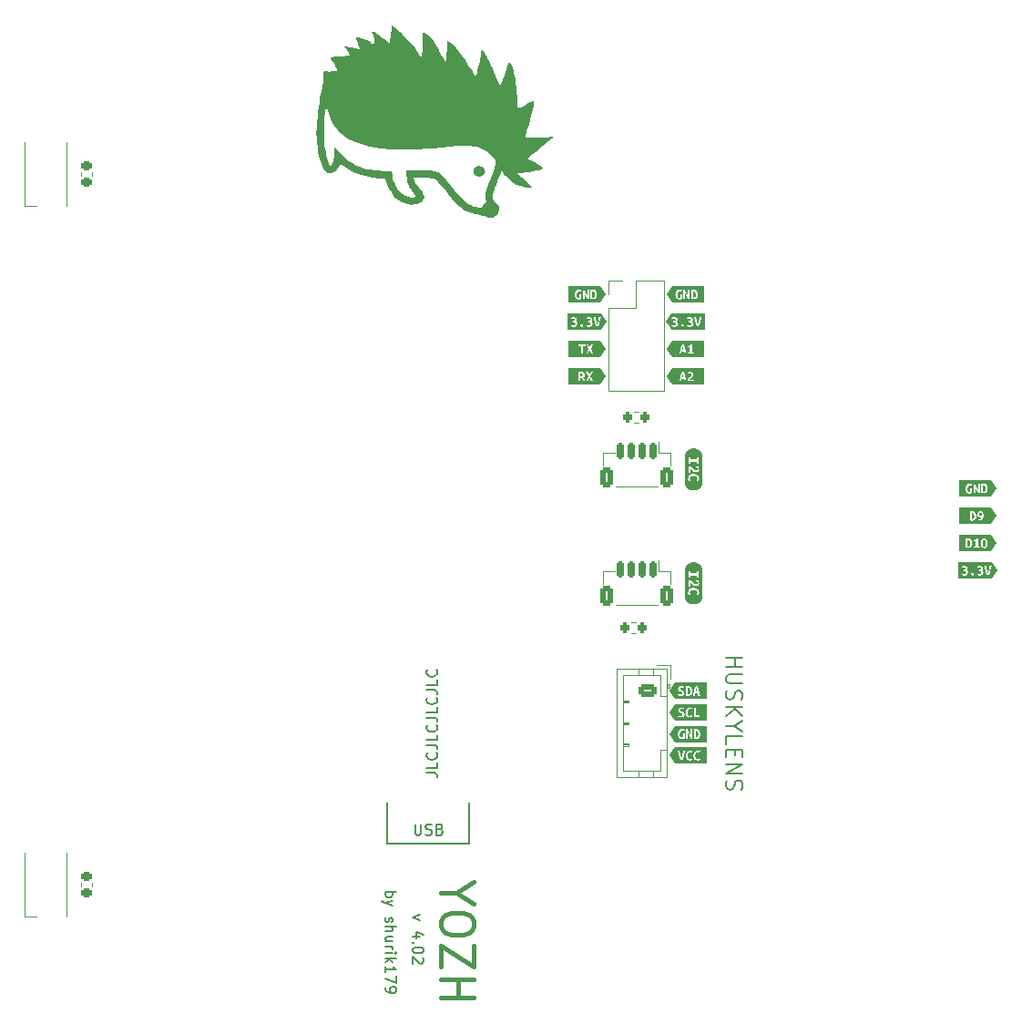
<source format=gbr>
%TF.GenerationSoftware,KiCad,Pcbnew,7.0.8*%
%TF.CreationDate,2023-10-27T12:06:26-04:00*%
%TF.ProjectId,top_plate,746f705f-706c-4617-9465-2e6b69636164,rev?*%
%TF.SameCoordinates,PX2faf080PY5f5e100*%
%TF.FileFunction,Legend,Top*%
%TF.FilePolarity,Positive*%
%FSLAX46Y46*%
G04 Gerber Fmt 4.6, Leading zero omitted, Abs format (unit mm)*
G04 Created by KiCad (PCBNEW 7.0.8) date 2023-10-27 12:06:26*
%MOMM*%
%LPD*%
G01*
G04 APERTURE LIST*
G04 Aperture macros list*
%AMRoundRect*
0 Rectangle with rounded corners*
0 $1 Rounding radius*
0 $2 $3 $4 $5 $6 $7 $8 $9 X,Y pos of 4 corners*
0 Add a 4 corners polygon primitive as box body*
4,1,4,$2,$3,$4,$5,$6,$7,$8,$9,$2,$3,0*
0 Add four circle primitives for the rounded corners*
1,1,$1+$1,$2,$3*
1,1,$1+$1,$4,$5*
1,1,$1+$1,$6,$7*
1,1,$1+$1,$8,$9*
0 Add four rect primitives between the rounded corners*
20,1,$1+$1,$2,$3,$4,$5,0*
20,1,$1+$1,$4,$5,$6,$7,0*
20,1,$1+$1,$6,$7,$8,$9,0*
20,1,$1+$1,$8,$9,$2,$3,0*%
%AMFreePoly0*
4,1,111,-2.563245,3.679731,-2.180727,3.619146,-1.806637,3.518909,-1.445074,3.380118,-1.100000,3.204294,-0.775195,2.993363,-0.474217,2.749636,-0.200364,2.475783,0.043363,2.174805,0.254294,1.850000,0.430118,1.504926,0.568909,1.143363,0.669146,0.769273,0.729731,0.386755,0.750000,0.000000,0.729731,-0.386755,0.669146,-0.769273,0.568909,-1.143363,0.430118,-1.504926,0.254294,-1.850000,
0.043363,-2.174805,-0.200364,-2.475783,-0.474217,-2.749636,-0.775195,-2.993363,-1.100000,-3.204294,-1.445074,-3.380118,-1.806637,-3.518909,-2.180727,-3.619146,-2.563245,-3.679731,-2.950000,-3.700000,-3.336755,-3.679731,-3.719273,-3.619146,-4.093363,-3.518909,-4.454926,-3.380118,-4.800000,-3.204294,-5.124805,-2.993363,-5.425783,-2.749636,-5.699636,-2.475783,-5.943363,-2.174805,-6.154294,-1.850000,
-6.330118,-1.504926,-6.468909,-1.143363,-6.569146,-0.769273,-6.629731,-0.386755,-6.650000,0.000000,-5.154720,0.000000,-5.135858,-0.287774,-5.079596,-0.570624,-4.986896,-0.843710,-4.859344,-1.102360,-4.699122,-1.342148,-4.508972,-1.558972,-4.292148,-1.749122,-4.052360,-1.909344,-3.793710,-2.036896,-3.520624,-2.129596,-3.237774,-2.185858,-2.950000,-2.204720,-2.662226,-2.185858,-2.379376,-2.129596,
-2.106290,-2.036896,-1.847640,-1.909344,-1.607852,-1.749122,-1.391028,-1.558972,-1.200878,-1.342148,-1.040656,-1.102360,-0.913104,-0.843710,-0.820404,-0.570624,-0.764142,-0.287774,-0.745280,0.000000,-0.764142,0.287774,-0.820404,0.570624,-0.913104,0.843710,-1.040656,1.102360,-1.200878,1.342148,-1.391028,1.558972,-1.607852,1.749122,-1.847640,1.909344,-2.106290,2.036896,-2.379376,2.129596,
-2.662226,2.185858,-2.950000,2.204720,-3.237774,2.185858,-3.520624,2.129596,-3.793710,2.036896,-4.052360,1.909344,-4.292148,1.749122,-4.508972,1.558972,-4.699122,1.342148,-4.859344,1.102360,-4.986896,0.843710,-5.079596,0.570624,-5.135858,0.287774,-5.154720,0.000000,-6.650000,0.000000,-6.629731,0.386755,-6.569146,0.769273,-6.468909,1.143363,-6.330118,1.504926,-6.154294,1.850000,
-5.943363,2.174805,-5.699636,2.475783,-5.425783,2.749636,-5.124805,2.993363,-4.800000,3.204294,-4.454926,3.380118,-4.093363,3.518909,-3.719273,3.619146,-3.336755,3.679731,-2.950000,3.700000,-2.563245,3.679731,-2.563245,3.679731,$1*%
G04 Aperture macros list end*
%ADD10C,0.150000*%
%ADD11C,0.200000*%
%ADD12C,0.400000*%
%ADD13C,0.120000*%
%ADD14C,5.600000*%
%ADD15R,0.850000X1.600000*%
%ADD16RoundRect,0.200000X0.200000X0.275000X-0.200000X0.275000X-0.200000X-0.275000X0.200000X-0.275000X0*%
%ADD17RoundRect,0.250000X-0.625000X0.350000X-0.625000X-0.350000X0.625000X-0.350000X0.625000X0.350000X0*%
%ADD18O,1.750000X1.200000*%
%ADD19RoundRect,0.225000X0.250000X-0.225000X0.250000X0.225000X-0.250000X0.225000X-0.250000X-0.225000X0*%
%ADD20C,1.700000*%
%ADD21O,1.700000X1.700000*%
%ADD22R,1.700000X1.700000*%
%ADD23RoundRect,0.150000X0.150000X0.625000X-0.150000X0.625000X-0.150000X-0.625000X0.150000X-0.625000X0*%
%ADD24RoundRect,0.250000X0.350000X0.650000X-0.350000X0.650000X-0.350000X-0.650000X0.350000X-0.650000X0*%
%ADD25C,4.220000*%
%ADD26FreePoly0,0.000000*%
%ADD27R,2.000000X2.000000*%
%ADD28C,2.000000*%
%ADD29R,1.600000X1.600000*%
%ADD30C,1.600000*%
G04 APERTURE END LIST*
D10*
X44450000Y-29210000D02*
X44450000Y-25400000D01*
X36830000Y-29210000D02*
X44450000Y-29210000D01*
X36830000Y-25400000D02*
X36830000Y-29210000D01*
X39835847Y-35814286D02*
X39169180Y-36052381D01*
X39169180Y-36052381D02*
X39835847Y-36290476D01*
X39835847Y-37861905D02*
X39169180Y-37861905D01*
X40216800Y-37623810D02*
X39502514Y-37385715D01*
X39502514Y-37385715D02*
X39502514Y-38004762D01*
X39264419Y-38385715D02*
X39216800Y-38433334D01*
X39216800Y-38433334D02*
X39169180Y-38385715D01*
X39169180Y-38385715D02*
X39216800Y-38338096D01*
X39216800Y-38338096D02*
X39264419Y-38385715D01*
X39264419Y-38385715D02*
X39169180Y-38385715D01*
X40169180Y-39052381D02*
X40169180Y-39147619D01*
X40169180Y-39147619D02*
X40121561Y-39242857D01*
X40121561Y-39242857D02*
X40073942Y-39290476D01*
X40073942Y-39290476D02*
X39978704Y-39338095D01*
X39978704Y-39338095D02*
X39788228Y-39385714D01*
X39788228Y-39385714D02*
X39550133Y-39385714D01*
X39550133Y-39385714D02*
X39359657Y-39338095D01*
X39359657Y-39338095D02*
X39264419Y-39290476D01*
X39264419Y-39290476D02*
X39216800Y-39242857D01*
X39216800Y-39242857D02*
X39169180Y-39147619D01*
X39169180Y-39147619D02*
X39169180Y-39052381D01*
X39169180Y-39052381D02*
X39216800Y-38957143D01*
X39216800Y-38957143D02*
X39264419Y-38909524D01*
X39264419Y-38909524D02*
X39359657Y-38861905D01*
X39359657Y-38861905D02*
X39550133Y-38814286D01*
X39550133Y-38814286D02*
X39788228Y-38814286D01*
X39788228Y-38814286D02*
X39978704Y-38861905D01*
X39978704Y-38861905D02*
X40073942Y-38909524D01*
X40073942Y-38909524D02*
X40121561Y-38957143D01*
X40121561Y-38957143D02*
X40169180Y-39052381D01*
X40073942Y-39766667D02*
X40121561Y-39814286D01*
X40121561Y-39814286D02*
X40169180Y-39909524D01*
X40169180Y-39909524D02*
X40169180Y-40147619D01*
X40169180Y-40147619D02*
X40121561Y-40242857D01*
X40121561Y-40242857D02*
X40073942Y-40290476D01*
X40073942Y-40290476D02*
X39978704Y-40338095D01*
X39978704Y-40338095D02*
X39883466Y-40338095D01*
X39883466Y-40338095D02*
X39740609Y-40290476D01*
X39740609Y-40290476D02*
X39169180Y-39719048D01*
X39169180Y-39719048D02*
X39169180Y-40338095D01*
X40454819Y-22619048D02*
X41169104Y-22619048D01*
X41169104Y-22619048D02*
X41311961Y-22666667D01*
X41311961Y-22666667D02*
X41407200Y-22761905D01*
X41407200Y-22761905D02*
X41454819Y-22904762D01*
X41454819Y-22904762D02*
X41454819Y-23000000D01*
X41454819Y-21666667D02*
X41454819Y-22142857D01*
X41454819Y-22142857D02*
X40454819Y-22142857D01*
X41359580Y-20761905D02*
X41407200Y-20809524D01*
X41407200Y-20809524D02*
X41454819Y-20952381D01*
X41454819Y-20952381D02*
X41454819Y-21047619D01*
X41454819Y-21047619D02*
X41407200Y-21190476D01*
X41407200Y-21190476D02*
X41311961Y-21285714D01*
X41311961Y-21285714D02*
X41216723Y-21333333D01*
X41216723Y-21333333D02*
X41026247Y-21380952D01*
X41026247Y-21380952D02*
X40883390Y-21380952D01*
X40883390Y-21380952D02*
X40692914Y-21333333D01*
X40692914Y-21333333D02*
X40597676Y-21285714D01*
X40597676Y-21285714D02*
X40502438Y-21190476D01*
X40502438Y-21190476D02*
X40454819Y-21047619D01*
X40454819Y-21047619D02*
X40454819Y-20952381D01*
X40454819Y-20952381D02*
X40502438Y-20809524D01*
X40502438Y-20809524D02*
X40550057Y-20761905D01*
X40454819Y-20047619D02*
X41169104Y-20047619D01*
X41169104Y-20047619D02*
X41311961Y-20095238D01*
X41311961Y-20095238D02*
X41407200Y-20190476D01*
X41407200Y-20190476D02*
X41454819Y-20333333D01*
X41454819Y-20333333D02*
X41454819Y-20428571D01*
X41454819Y-19095238D02*
X41454819Y-19571428D01*
X41454819Y-19571428D02*
X40454819Y-19571428D01*
X41359580Y-18190476D02*
X41407200Y-18238095D01*
X41407200Y-18238095D02*
X41454819Y-18380952D01*
X41454819Y-18380952D02*
X41454819Y-18476190D01*
X41454819Y-18476190D02*
X41407200Y-18619047D01*
X41407200Y-18619047D02*
X41311961Y-18714285D01*
X41311961Y-18714285D02*
X41216723Y-18761904D01*
X41216723Y-18761904D02*
X41026247Y-18809523D01*
X41026247Y-18809523D02*
X40883390Y-18809523D01*
X40883390Y-18809523D02*
X40692914Y-18761904D01*
X40692914Y-18761904D02*
X40597676Y-18714285D01*
X40597676Y-18714285D02*
X40502438Y-18619047D01*
X40502438Y-18619047D02*
X40454819Y-18476190D01*
X40454819Y-18476190D02*
X40454819Y-18380952D01*
X40454819Y-18380952D02*
X40502438Y-18238095D01*
X40502438Y-18238095D02*
X40550057Y-18190476D01*
X40454819Y-17476190D02*
X41169104Y-17476190D01*
X41169104Y-17476190D02*
X41311961Y-17523809D01*
X41311961Y-17523809D02*
X41407200Y-17619047D01*
X41407200Y-17619047D02*
X41454819Y-17761904D01*
X41454819Y-17761904D02*
X41454819Y-17857142D01*
X41454819Y-16523809D02*
X41454819Y-16999999D01*
X41454819Y-16999999D02*
X40454819Y-16999999D01*
X41359580Y-15619047D02*
X41407200Y-15666666D01*
X41407200Y-15666666D02*
X41454819Y-15809523D01*
X41454819Y-15809523D02*
X41454819Y-15904761D01*
X41454819Y-15904761D02*
X41407200Y-16047618D01*
X41407200Y-16047618D02*
X41311961Y-16142856D01*
X41311961Y-16142856D02*
X41216723Y-16190475D01*
X41216723Y-16190475D02*
X41026247Y-16238094D01*
X41026247Y-16238094D02*
X40883390Y-16238094D01*
X40883390Y-16238094D02*
X40692914Y-16190475D01*
X40692914Y-16190475D02*
X40597676Y-16142856D01*
X40597676Y-16142856D02*
X40502438Y-16047618D01*
X40502438Y-16047618D02*
X40454819Y-15904761D01*
X40454819Y-15904761D02*
X40454819Y-15809523D01*
X40454819Y-15809523D02*
X40502438Y-15666666D01*
X40502438Y-15666666D02*
X40550057Y-15619047D01*
X40454819Y-14904761D02*
X41169104Y-14904761D01*
X41169104Y-14904761D02*
X41311961Y-14952380D01*
X41311961Y-14952380D02*
X41407200Y-15047618D01*
X41407200Y-15047618D02*
X41454819Y-15190475D01*
X41454819Y-15190475D02*
X41454819Y-15285713D01*
X41454819Y-13952380D02*
X41454819Y-14428570D01*
X41454819Y-14428570D02*
X40454819Y-14428570D01*
X41359580Y-13047618D02*
X41407200Y-13095237D01*
X41407200Y-13095237D02*
X41454819Y-13238094D01*
X41454819Y-13238094D02*
X41454819Y-13333332D01*
X41454819Y-13333332D02*
X41407200Y-13476189D01*
X41407200Y-13476189D02*
X41311961Y-13571427D01*
X41311961Y-13571427D02*
X41216723Y-13619046D01*
X41216723Y-13619046D02*
X41026247Y-13666665D01*
X41026247Y-13666665D02*
X40883390Y-13666665D01*
X40883390Y-13666665D02*
X40692914Y-13619046D01*
X40692914Y-13619046D02*
X40597676Y-13571427D01*
X40597676Y-13571427D02*
X40502438Y-13476189D01*
X40502438Y-13476189D02*
X40454819Y-13333332D01*
X40454819Y-13333332D02*
X40454819Y-13238094D01*
X40454819Y-13238094D02*
X40502438Y-13095237D01*
X40502438Y-13095237D02*
X40550057Y-13047618D01*
D11*
X68316471Y-11892856D02*
X69816471Y-11892856D01*
X69102185Y-11892856D02*
X69102185Y-12749999D01*
X68316471Y-12749999D02*
X69816471Y-12749999D01*
X69816471Y-13464285D02*
X68602185Y-13464285D01*
X68602185Y-13464285D02*
X68459328Y-13535714D01*
X68459328Y-13535714D02*
X68387900Y-13607143D01*
X68387900Y-13607143D02*
X68316471Y-13750000D01*
X68316471Y-13750000D02*
X68316471Y-14035714D01*
X68316471Y-14035714D02*
X68387900Y-14178571D01*
X68387900Y-14178571D02*
X68459328Y-14250000D01*
X68459328Y-14250000D02*
X68602185Y-14321428D01*
X68602185Y-14321428D02*
X69816471Y-14321428D01*
X68387900Y-14964286D02*
X68316471Y-15178572D01*
X68316471Y-15178572D02*
X68316471Y-15535714D01*
X68316471Y-15535714D02*
X68387900Y-15678572D01*
X68387900Y-15678572D02*
X68459328Y-15750000D01*
X68459328Y-15750000D02*
X68602185Y-15821429D01*
X68602185Y-15821429D02*
X68745042Y-15821429D01*
X68745042Y-15821429D02*
X68887900Y-15750000D01*
X68887900Y-15750000D02*
X68959328Y-15678572D01*
X68959328Y-15678572D02*
X69030757Y-15535714D01*
X69030757Y-15535714D02*
X69102185Y-15250000D01*
X69102185Y-15250000D02*
X69173614Y-15107143D01*
X69173614Y-15107143D02*
X69245042Y-15035714D01*
X69245042Y-15035714D02*
X69387900Y-14964286D01*
X69387900Y-14964286D02*
X69530757Y-14964286D01*
X69530757Y-14964286D02*
X69673614Y-15035714D01*
X69673614Y-15035714D02*
X69745042Y-15107143D01*
X69745042Y-15107143D02*
X69816471Y-15250000D01*
X69816471Y-15250000D02*
X69816471Y-15607143D01*
X69816471Y-15607143D02*
X69745042Y-15821429D01*
X68316471Y-16464285D02*
X69816471Y-16464285D01*
X68316471Y-17321428D02*
X69173614Y-16678571D01*
X69816471Y-17321428D02*
X68959328Y-16464285D01*
X69030757Y-18250000D02*
X68316471Y-18250000D01*
X69816471Y-17750000D02*
X69030757Y-18250000D01*
X69030757Y-18250000D02*
X69816471Y-18750000D01*
X68316471Y-19964285D02*
X68316471Y-19249999D01*
X68316471Y-19249999D02*
X69816471Y-19249999D01*
X69102185Y-20464285D02*
X69102185Y-20964285D01*
X68316471Y-21178571D02*
X68316471Y-20464285D01*
X68316471Y-20464285D02*
X69816471Y-20464285D01*
X69816471Y-20464285D02*
X69816471Y-21178571D01*
X68316471Y-21821428D02*
X69816471Y-21821428D01*
X69816471Y-21821428D02*
X68316471Y-22678571D01*
X68316471Y-22678571D02*
X69816471Y-22678571D01*
X68387900Y-23321429D02*
X68316471Y-23535715D01*
X68316471Y-23535715D02*
X68316471Y-23892857D01*
X68316471Y-23892857D02*
X68387900Y-24035715D01*
X68387900Y-24035715D02*
X68459328Y-24107143D01*
X68459328Y-24107143D02*
X68602185Y-24178572D01*
X68602185Y-24178572D02*
X68745042Y-24178572D01*
X68745042Y-24178572D02*
X68887900Y-24107143D01*
X68887900Y-24107143D02*
X68959328Y-24035715D01*
X68959328Y-24035715D02*
X69030757Y-23892857D01*
X69030757Y-23892857D02*
X69102185Y-23607143D01*
X69102185Y-23607143D02*
X69173614Y-23464286D01*
X69173614Y-23464286D02*
X69245042Y-23392857D01*
X69245042Y-23392857D02*
X69387900Y-23321429D01*
X69387900Y-23321429D02*
X69530757Y-23321429D01*
X69530757Y-23321429D02*
X69673614Y-23392857D01*
X69673614Y-23392857D02*
X69745042Y-23464286D01*
X69745042Y-23464286D02*
X69816471Y-23607143D01*
X69816471Y-23607143D02*
X69816471Y-23964286D01*
X69816471Y-23964286D02*
X69745042Y-24178572D01*
D12*
X43241514Y-33782571D02*
X41812942Y-33782571D01*
X44812942Y-32782571D02*
X43241514Y-33782571D01*
X43241514Y-33782571D02*
X44812942Y-34782571D01*
X44812942Y-36354000D02*
X44812942Y-36925428D01*
X44812942Y-36925428D02*
X44670085Y-37211143D01*
X44670085Y-37211143D02*
X44384371Y-37496857D01*
X44384371Y-37496857D02*
X43812942Y-37639714D01*
X43812942Y-37639714D02*
X42812942Y-37639714D01*
X42812942Y-37639714D02*
X42241514Y-37496857D01*
X42241514Y-37496857D02*
X41955800Y-37211143D01*
X41955800Y-37211143D02*
X41812942Y-36925428D01*
X41812942Y-36925428D02*
X41812942Y-36354000D01*
X41812942Y-36354000D02*
X41955800Y-36068286D01*
X41955800Y-36068286D02*
X42241514Y-35782571D01*
X42241514Y-35782571D02*
X42812942Y-35639714D01*
X42812942Y-35639714D02*
X43812942Y-35639714D01*
X43812942Y-35639714D02*
X44384371Y-35782571D01*
X44384371Y-35782571D02*
X44670085Y-36068286D01*
X44670085Y-36068286D02*
X44812942Y-36354000D01*
X44812942Y-38639714D02*
X44812942Y-40639714D01*
X44812942Y-40639714D02*
X41812942Y-38639714D01*
X41812942Y-38639714D02*
X41812942Y-40639714D01*
X41812942Y-41782571D02*
X44812942Y-41782571D01*
X43384371Y-41782571D02*
X43384371Y-43496857D01*
X41812942Y-43496857D02*
X44812942Y-43496857D01*
D10*
X39378095Y-27394819D02*
X39378095Y-28204342D01*
X39378095Y-28204342D02*
X39425714Y-28299580D01*
X39425714Y-28299580D02*
X39473333Y-28347200D01*
X39473333Y-28347200D02*
X39568571Y-28394819D01*
X39568571Y-28394819D02*
X39759047Y-28394819D01*
X39759047Y-28394819D02*
X39854285Y-28347200D01*
X39854285Y-28347200D02*
X39901904Y-28299580D01*
X39901904Y-28299580D02*
X39949523Y-28204342D01*
X39949523Y-28204342D02*
X39949523Y-27394819D01*
X40378095Y-28347200D02*
X40520952Y-28394819D01*
X40520952Y-28394819D02*
X40759047Y-28394819D01*
X40759047Y-28394819D02*
X40854285Y-28347200D01*
X40854285Y-28347200D02*
X40901904Y-28299580D01*
X40901904Y-28299580D02*
X40949523Y-28204342D01*
X40949523Y-28204342D02*
X40949523Y-28109104D01*
X40949523Y-28109104D02*
X40901904Y-28013866D01*
X40901904Y-28013866D02*
X40854285Y-27966247D01*
X40854285Y-27966247D02*
X40759047Y-27918628D01*
X40759047Y-27918628D02*
X40568571Y-27871009D01*
X40568571Y-27871009D02*
X40473333Y-27823390D01*
X40473333Y-27823390D02*
X40425714Y-27775771D01*
X40425714Y-27775771D02*
X40378095Y-27680533D01*
X40378095Y-27680533D02*
X40378095Y-27585295D01*
X40378095Y-27585295D02*
X40425714Y-27490057D01*
X40425714Y-27490057D02*
X40473333Y-27442438D01*
X40473333Y-27442438D02*
X40568571Y-27394819D01*
X40568571Y-27394819D02*
X40806666Y-27394819D01*
X40806666Y-27394819D02*
X40949523Y-27442438D01*
X41711428Y-27871009D02*
X41854285Y-27918628D01*
X41854285Y-27918628D02*
X41901904Y-27966247D01*
X41901904Y-27966247D02*
X41949523Y-28061485D01*
X41949523Y-28061485D02*
X41949523Y-28204342D01*
X41949523Y-28204342D02*
X41901904Y-28299580D01*
X41901904Y-28299580D02*
X41854285Y-28347200D01*
X41854285Y-28347200D02*
X41759047Y-28394819D01*
X41759047Y-28394819D02*
X41378095Y-28394819D01*
X41378095Y-28394819D02*
X41378095Y-27394819D01*
X41378095Y-27394819D02*
X41711428Y-27394819D01*
X41711428Y-27394819D02*
X41806666Y-27442438D01*
X41806666Y-27442438D02*
X41854285Y-27490057D01*
X41854285Y-27490057D02*
X41901904Y-27585295D01*
X41901904Y-27585295D02*
X41901904Y-27680533D01*
X41901904Y-27680533D02*
X41854285Y-27775771D01*
X41854285Y-27775771D02*
X41806666Y-27823390D01*
X41806666Y-27823390D02*
X41711428Y-27871009D01*
X41711428Y-27871009D02*
X41378095Y-27871009D01*
X36629180Y-33687333D02*
X37629180Y-33687333D01*
X37248228Y-33687333D02*
X37295847Y-33782571D01*
X37295847Y-33782571D02*
X37295847Y-33973047D01*
X37295847Y-33973047D02*
X37248228Y-34068285D01*
X37248228Y-34068285D02*
X37200609Y-34115904D01*
X37200609Y-34115904D02*
X37105371Y-34163523D01*
X37105371Y-34163523D02*
X36819657Y-34163523D01*
X36819657Y-34163523D02*
X36724419Y-34115904D01*
X36724419Y-34115904D02*
X36676800Y-34068285D01*
X36676800Y-34068285D02*
X36629180Y-33973047D01*
X36629180Y-33973047D02*
X36629180Y-33782571D01*
X36629180Y-33782571D02*
X36676800Y-33687333D01*
X37295847Y-34496857D02*
X36629180Y-34734952D01*
X37295847Y-34973047D02*
X36629180Y-34734952D01*
X36629180Y-34734952D02*
X36391085Y-34639714D01*
X36391085Y-34639714D02*
X36343466Y-34592095D01*
X36343466Y-34592095D02*
X36295847Y-34496857D01*
X36676800Y-36068286D02*
X36629180Y-36163524D01*
X36629180Y-36163524D02*
X36629180Y-36354000D01*
X36629180Y-36354000D02*
X36676800Y-36449238D01*
X36676800Y-36449238D02*
X36772038Y-36496857D01*
X36772038Y-36496857D02*
X36819657Y-36496857D01*
X36819657Y-36496857D02*
X36914895Y-36449238D01*
X36914895Y-36449238D02*
X36962514Y-36354000D01*
X36962514Y-36354000D02*
X36962514Y-36211143D01*
X36962514Y-36211143D02*
X37010133Y-36115905D01*
X37010133Y-36115905D02*
X37105371Y-36068286D01*
X37105371Y-36068286D02*
X37152990Y-36068286D01*
X37152990Y-36068286D02*
X37248228Y-36115905D01*
X37248228Y-36115905D02*
X37295847Y-36211143D01*
X37295847Y-36211143D02*
X37295847Y-36354000D01*
X37295847Y-36354000D02*
X37248228Y-36449238D01*
X36629180Y-36925429D02*
X37629180Y-36925429D01*
X36629180Y-37354000D02*
X37152990Y-37354000D01*
X37152990Y-37354000D02*
X37248228Y-37306381D01*
X37248228Y-37306381D02*
X37295847Y-37211143D01*
X37295847Y-37211143D02*
X37295847Y-37068286D01*
X37295847Y-37068286D02*
X37248228Y-36973048D01*
X37248228Y-36973048D02*
X37200609Y-36925429D01*
X37295847Y-38258762D02*
X36629180Y-38258762D01*
X37295847Y-37830191D02*
X36772038Y-37830191D01*
X36772038Y-37830191D02*
X36676800Y-37877810D01*
X36676800Y-37877810D02*
X36629180Y-37973048D01*
X36629180Y-37973048D02*
X36629180Y-38115905D01*
X36629180Y-38115905D02*
X36676800Y-38211143D01*
X36676800Y-38211143D02*
X36724419Y-38258762D01*
X36629180Y-38734953D02*
X37295847Y-38734953D01*
X37105371Y-38734953D02*
X37200609Y-38782572D01*
X37200609Y-38782572D02*
X37248228Y-38830191D01*
X37248228Y-38830191D02*
X37295847Y-38925429D01*
X37295847Y-38925429D02*
X37295847Y-39020667D01*
X36629180Y-39354001D02*
X37295847Y-39354001D01*
X37629180Y-39354001D02*
X37581561Y-39306382D01*
X37581561Y-39306382D02*
X37533942Y-39354001D01*
X37533942Y-39354001D02*
X37581561Y-39401620D01*
X37581561Y-39401620D02*
X37629180Y-39354001D01*
X37629180Y-39354001D02*
X37533942Y-39354001D01*
X36629180Y-39830191D02*
X37629180Y-39830191D01*
X37010133Y-39925429D02*
X36629180Y-40211143D01*
X37295847Y-40211143D02*
X36914895Y-39830191D01*
X36629180Y-41163524D02*
X36629180Y-40592096D01*
X36629180Y-40877810D02*
X37629180Y-40877810D01*
X37629180Y-40877810D02*
X37486323Y-40782572D01*
X37486323Y-40782572D02*
X37391085Y-40687334D01*
X37391085Y-40687334D02*
X37343466Y-40592096D01*
X37629180Y-41496858D02*
X37629180Y-42163524D01*
X37629180Y-42163524D02*
X36629180Y-41734953D01*
X36629180Y-42592096D02*
X36629180Y-42782572D01*
X36629180Y-42782572D02*
X36676800Y-42877810D01*
X36676800Y-42877810D02*
X36724419Y-42925429D01*
X36724419Y-42925429D02*
X36867276Y-43020667D01*
X36867276Y-43020667D02*
X37057752Y-43068286D01*
X37057752Y-43068286D02*
X37438704Y-43068286D01*
X37438704Y-43068286D02*
X37533942Y-43020667D01*
X37533942Y-43020667D02*
X37581561Y-42973048D01*
X37581561Y-42973048D02*
X37629180Y-42877810D01*
X37629180Y-42877810D02*
X37629180Y-42687334D01*
X37629180Y-42687334D02*
X37581561Y-42592096D01*
X37581561Y-42592096D02*
X37533942Y-42544477D01*
X37533942Y-42544477D02*
X37438704Y-42496858D01*
X37438704Y-42496858D02*
X37200609Y-42496858D01*
X37200609Y-42496858D02*
X37105371Y-42544477D01*
X37105371Y-42544477D02*
X37057752Y-42592096D01*
X37057752Y-42592096D02*
X37010133Y-42687334D01*
X37010133Y-42687334D02*
X37010133Y-42877810D01*
X37010133Y-42877810D02*
X37057752Y-42973048D01*
X37057752Y-42973048D02*
X37105371Y-43020667D01*
X37105371Y-43020667D02*
X37200609Y-43068286D01*
D13*
%TO.C,D2*%
X7030000Y35970000D02*
X7030000Y30070000D01*
X3130000Y35970000D02*
X3130000Y30070000D01*
X3130000Y30070000D02*
X4205000Y30070000D01*
%TO.C,kibuzzard-653BCCF1*%
G36*
X65611516Y-18726394D02*
G01*
X65670095Y-18792831D01*
X65700099Y-18888557D01*
X65708671Y-19000000D01*
X65705993Y-19063044D01*
X65697956Y-19120729D01*
X65662237Y-19215741D01*
X65596515Y-19278606D01*
X65495788Y-19301466D01*
X65480071Y-19301466D01*
X65464355Y-19300037D01*
X65464355Y-18705677D01*
X65490073Y-18702106D01*
X65515790Y-18701391D01*
X65611516Y-18726394D01*
G37*
G36*
X66502491Y-19759143D02*
G01*
X66204835Y-19759143D01*
X65477214Y-19759143D01*
X65004298Y-19759143D01*
X64182766Y-19759143D01*
X63503723Y-19759143D01*
X63503604Y-19759143D01*
X62997509Y-19000000D01*
X63821293Y-19000000D01*
X63827722Y-19107335D01*
X63847010Y-19200739D01*
X63878085Y-19280035D01*
X63919876Y-19345043D01*
X63971847Y-19395764D01*
X64033462Y-19432197D01*
X64104007Y-19454164D01*
X64182766Y-19461486D01*
X64270099Y-19457914D01*
X64343501Y-19447199D01*
X64441370Y-19421481D01*
X64441370Y-18979997D01*
X64265634Y-18979997D01*
X64265634Y-19302895D01*
X64231344Y-19307181D01*
X64197054Y-19308610D01*
X64111686Y-19289858D01*
X64049893Y-19233601D01*
X64022111Y-19174307D01*
X64005443Y-19096441D01*
X63999886Y-19000000D01*
X64002922Y-18934456D01*
X64012031Y-18874984D01*
X64052036Y-18777829D01*
X64122759Y-18714250D01*
X64228486Y-18691390D01*
X64322784Y-18707106D01*
X64399936Y-18742825D01*
X64445656Y-18602807D01*
X64416367Y-18585662D01*
X64367075Y-18564231D01*
X64344443Y-18558516D01*
X64562814Y-18558516D01*
X64562814Y-19442912D01*
X64721405Y-19442912D01*
X64721405Y-18855696D01*
X64774507Y-18953724D01*
X64825228Y-19051594D01*
X64873567Y-19149304D01*
X64919525Y-19247015D01*
X64963102Y-19344884D01*
X65004298Y-19442912D01*
X65145744Y-19442912D01*
X65145744Y-19432911D01*
X65288619Y-19432911D01*
X65385060Y-19449342D01*
X65477214Y-19454342D01*
X65563475Y-19448092D01*
X65642235Y-19429339D01*
X65712065Y-19397014D01*
X65771536Y-19350044D01*
X65819935Y-19287715D01*
X65856547Y-19209312D01*
X65879586Y-19113764D01*
X65887265Y-19000000D01*
X65880300Y-18888736D01*
X65859405Y-18794974D01*
X65826007Y-18717465D01*
X65781538Y-18654957D01*
X65725995Y-18607272D01*
X65659380Y-18574232D01*
X65583477Y-18554944D01*
X65500074Y-18548515D01*
X65401490Y-18552801D01*
X65288619Y-18569946D01*
X65288619Y-19432911D01*
X65145744Y-19432911D01*
X65145744Y-18558516D01*
X64987153Y-18558516D01*
X64987153Y-19102870D01*
X64961971Y-19047149D01*
X64932146Y-18982855D01*
X64898570Y-18913203D01*
X64862137Y-18841409D01*
X64823739Y-18768364D01*
X64784270Y-18694962D01*
X64744265Y-18624060D01*
X64704260Y-18558516D01*
X64562814Y-18558516D01*
X64344443Y-18558516D01*
X64296352Y-18546372D01*
X64204198Y-18538514D01*
X64126688Y-18545836D01*
X64054179Y-18567803D01*
X63988814Y-18604415D01*
X63932735Y-18655671D01*
X63886658Y-18721215D01*
X63851296Y-18800689D01*
X63828794Y-18893737D01*
X63821293Y-19000000D01*
X62997509Y-19000000D01*
X63503604Y-18240857D01*
X63503723Y-18240857D01*
X66204835Y-18240857D01*
X66502491Y-18240857D01*
X66502491Y-19759143D01*
G37*
%TO.C,R2*%
X60181258Y9891500D02*
X59706742Y9891500D01*
X60181258Y10936500D02*
X59706742Y10936500D01*
%TO.C,J5*%
X63110000Y-12640000D02*
X61860000Y-12640000D01*
X62810000Y-12940000D02*
X58090000Y-12940000D01*
X61500000Y-12940000D02*
X61500000Y-13550000D01*
X60200000Y-12940000D02*
X60200000Y-13550000D01*
X58090000Y-12940000D02*
X58090000Y-23060000D01*
X62200000Y-13550000D02*
X58700000Y-13550000D01*
X58700000Y-13550000D02*
X58700000Y-22450000D01*
X63110000Y-13890000D02*
X63110000Y-12640000D01*
X63010000Y-14400000D02*
X62810000Y-14400000D01*
X63010000Y-14700000D02*
X63010000Y-14400000D01*
X62910000Y-14700000D02*
X62910000Y-14400000D01*
X62810000Y-14700000D02*
X63010000Y-14700000D01*
X62810000Y-15500000D02*
X62200000Y-15500000D01*
X62200000Y-15500000D02*
X62200000Y-13550000D01*
X59200000Y-15900000D02*
X59200000Y-16100000D01*
X58700000Y-15900000D02*
X59200000Y-15900000D01*
X58700000Y-16000000D02*
X59200000Y-16000000D01*
X59200000Y-16100000D02*
X58700000Y-16100000D01*
X59200000Y-17900000D02*
X59200000Y-18100000D01*
X58700000Y-17900000D02*
X59200000Y-17900000D01*
X58700000Y-18000000D02*
X59200000Y-18000000D01*
X59200000Y-18100000D02*
X58700000Y-18100000D01*
X59200000Y-19900000D02*
X59200000Y-20100000D01*
X58700000Y-19900000D02*
X59200000Y-19900000D01*
X58700000Y-20000000D02*
X59200000Y-20000000D01*
X59200000Y-20100000D02*
X58700000Y-20100000D01*
X62200000Y-20500000D02*
X62810000Y-20500000D01*
X62200000Y-22450000D02*
X62200000Y-20500000D01*
X58700000Y-22450000D02*
X62200000Y-22450000D01*
X62810000Y-23060000D02*
X62810000Y-12940000D01*
X61500000Y-23060000D02*
X61500000Y-22450000D01*
X60200000Y-23060000D02*
X60200000Y-22450000D01*
X58090000Y-23060000D02*
X62810000Y-23060000D01*
%TO.C,C1*%
X8380000Y-33160580D02*
X8380000Y-32879420D01*
X9400000Y-33160580D02*
X9400000Y-32879420D01*
%TO.C,R1*%
X59927258Y-9666500D02*
X59452742Y-9666500D01*
X59927258Y-8621500D02*
X59452742Y-8621500D01*
%TO.C,kibuzzard-653BCED5*%
G36*
X66502491Y-17759143D02*
G01*
X66204835Y-17759143D01*
X65868691Y-17759143D01*
X64920001Y-17759143D01*
X64114186Y-17759143D01*
X63503723Y-17759143D01*
X63503604Y-17759143D01*
X63260399Y-17394335D01*
X63839866Y-17394335D01*
X63938450Y-17437912D01*
X64015245Y-17455593D01*
X64114186Y-17461486D01*
X64214437Y-17453946D01*
X64296114Y-17431324D01*
X64359217Y-17393621D01*
X64419760Y-17311646D01*
X64439941Y-17201454D01*
X64433869Y-17134838D01*
X64415653Y-17080724D01*
X64353502Y-17000714D01*
X64352352Y-17000000D01*
X64535668Y-17000000D01*
X64541829Y-17104388D01*
X64560314Y-17196096D01*
X64591121Y-17275124D01*
X64634251Y-17341471D01*
X64709816Y-17408146D01*
X64805066Y-17448151D01*
X64920001Y-17461486D01*
X64998047Y-17456664D01*
X65066448Y-17442198D01*
X65167175Y-17400050D01*
X65122884Y-17261461D01*
X65050732Y-17292894D01*
X64937146Y-17308610D01*
X64835169Y-17288429D01*
X64766411Y-17227886D01*
X64737439Y-17166211D01*
X64720056Y-17088821D01*
X64714261Y-16995714D01*
X64719083Y-16915704D01*
X64733550Y-16849981D01*
X64783556Y-16756398D01*
X64853565Y-16706392D01*
X64934289Y-16691390D01*
X65040731Y-16706392D01*
X65120026Y-16742825D01*
X65165746Y-16602807D01*
X65136457Y-16585662D01*
X65088594Y-16564231D01*
X65067334Y-16558516D01*
X65312908Y-16558516D01*
X65312908Y-17442912D01*
X65868691Y-17442912D01*
X65868691Y-17297180D01*
X65490073Y-17297180D01*
X65490073Y-16558516D01*
X65312908Y-16558516D01*
X65067334Y-16558516D01*
X65022157Y-16546372D01*
X64937146Y-16538514D01*
X64853386Y-16546193D01*
X64776412Y-16569232D01*
X64707832Y-16607094D01*
X64649253Y-16659243D01*
X64601569Y-16725144D01*
X64565671Y-16804261D01*
X64543169Y-16896058D01*
X64535668Y-17000000D01*
X64352352Y-17000000D01*
X64270635Y-16949279D01*
X64184195Y-16914275D01*
X64129188Y-16892844D01*
X64079182Y-16866412D01*
X64042749Y-16832122D01*
X64028461Y-16787116D01*
X64044019Y-16730760D01*
X64090691Y-16696946D01*
X64168479Y-16685675D01*
X64269206Y-16699962D01*
X64348501Y-16734252D01*
X64399936Y-16598521D01*
X64297781Y-16557087D01*
X64231880Y-16543157D01*
X64155620Y-16538514D01*
X64068070Y-16546292D01*
X63994013Y-16569629D01*
X63933450Y-16608522D01*
X63872906Y-16692104D01*
X63852725Y-16802832D01*
X63875585Y-16907846D01*
X63933450Y-16978569D01*
X64011316Y-17025717D01*
X64094184Y-17058579D01*
X64154191Y-17083582D01*
X64208484Y-17113586D01*
X64248489Y-17151447D01*
X64264205Y-17200025D01*
X64257776Y-17242173D01*
X64234201Y-17279321D01*
X64187767Y-17305038D01*
X64114186Y-17314325D01*
X64042928Y-17309324D01*
X63983456Y-17294322D01*
X63891301Y-17251460D01*
X63839866Y-17394335D01*
X63260399Y-17394335D01*
X62997509Y-17000000D01*
X63503604Y-16240857D01*
X63503723Y-16240857D01*
X66204835Y-16240857D01*
X66502491Y-16240857D01*
X66502491Y-17759143D01*
G37*
%TO.C,kibuzzard-653BCCF1*%
G36*
X65377516Y22117606D02*
G01*
X65436095Y22051169D01*
X65466099Y21955443D01*
X65474671Y21844000D01*
X65471993Y21780956D01*
X65463956Y21723271D01*
X65428237Y21628259D01*
X65362515Y21565394D01*
X65261788Y21542534D01*
X65246071Y21542534D01*
X65230355Y21543963D01*
X65230355Y22138323D01*
X65256073Y22141894D01*
X65281790Y22142609D01*
X65377516Y22117606D01*
G37*
G36*
X66268491Y21084857D02*
G01*
X65970835Y21084857D01*
X65243214Y21084857D01*
X64770298Y21084857D01*
X63948766Y21084857D01*
X63269723Y21084857D01*
X63269604Y21084857D01*
X62763509Y21844000D01*
X63587293Y21844000D01*
X63593722Y21736665D01*
X63613010Y21643261D01*
X63644085Y21563965D01*
X63685876Y21498957D01*
X63737847Y21448236D01*
X63799462Y21411803D01*
X63870007Y21389836D01*
X63948766Y21382514D01*
X64036099Y21386086D01*
X64109501Y21396801D01*
X64207370Y21422519D01*
X64207370Y21864003D01*
X64031634Y21864003D01*
X64031634Y21541105D01*
X63997344Y21536819D01*
X63963054Y21535390D01*
X63877686Y21554142D01*
X63815893Y21610399D01*
X63788111Y21669693D01*
X63771443Y21747559D01*
X63765886Y21844000D01*
X63768922Y21909544D01*
X63778031Y21969016D01*
X63818036Y22066171D01*
X63888759Y22129750D01*
X63994486Y22152610D01*
X64088784Y22136894D01*
X64165936Y22101175D01*
X64211656Y22241193D01*
X64182367Y22258338D01*
X64133075Y22279769D01*
X64110443Y22285484D01*
X64328814Y22285484D01*
X64328814Y21401088D01*
X64487405Y21401088D01*
X64487405Y21988304D01*
X64540507Y21890276D01*
X64591228Y21792406D01*
X64639567Y21694696D01*
X64685525Y21596985D01*
X64729102Y21499116D01*
X64770298Y21401088D01*
X64911744Y21401088D01*
X64911744Y21411089D01*
X65054619Y21411089D01*
X65151060Y21394658D01*
X65243214Y21389658D01*
X65329475Y21395908D01*
X65408235Y21414661D01*
X65478065Y21446986D01*
X65537536Y21493956D01*
X65585935Y21556285D01*
X65622547Y21634688D01*
X65645586Y21730236D01*
X65653265Y21844000D01*
X65646300Y21955264D01*
X65625405Y22049026D01*
X65592007Y22126535D01*
X65547538Y22189043D01*
X65491995Y22236728D01*
X65425380Y22269768D01*
X65349477Y22289056D01*
X65266074Y22295485D01*
X65167490Y22291199D01*
X65054619Y22274054D01*
X65054619Y21411089D01*
X64911744Y21411089D01*
X64911744Y22285484D01*
X64753153Y22285484D01*
X64753153Y21741130D01*
X64727971Y21796851D01*
X64698146Y21861145D01*
X64664570Y21930797D01*
X64628137Y22002591D01*
X64589739Y22075636D01*
X64550270Y22149038D01*
X64510265Y22219940D01*
X64470260Y22285484D01*
X64328814Y22285484D01*
X64110443Y22285484D01*
X64062352Y22297628D01*
X63970198Y22305486D01*
X63892688Y22298164D01*
X63820179Y22276197D01*
X63754814Y22239585D01*
X63698735Y22188329D01*
X63652658Y22122785D01*
X63617296Y22043311D01*
X63594794Y21950263D01*
X63587293Y21844000D01*
X62763509Y21844000D01*
X63269604Y22603143D01*
X63269723Y22603143D01*
X65970835Y22603143D01*
X66268491Y22603143D01*
X66268491Y21084857D01*
G37*
%TO.C,J10*%
X57339000Y23164000D02*
X58669000Y23164000D01*
X57339000Y21834000D02*
X57339000Y23164000D01*
X57339000Y20564000D02*
X57339000Y12884000D01*
X57339000Y20564000D02*
X59939000Y20564000D01*
X57339000Y12884000D02*
X62539000Y12884000D01*
X59939000Y23164000D02*
X62539000Y23164000D01*
X59939000Y20564000D02*
X59939000Y23164000D01*
X62539000Y23164000D02*
X62539000Y12884000D01*
%TO.C,kibuzzard-653BCF4B*%
G36*
X91268252Y1538605D02*
G01*
X91326831Y1472168D01*
X91356835Y1376442D01*
X91365407Y1264999D01*
X91362728Y1201956D01*
X91354692Y1144270D01*
X91318973Y1049258D01*
X91253250Y986393D01*
X91152524Y963533D01*
X91136807Y963533D01*
X91121091Y964962D01*
X91121091Y1559322D01*
X91146809Y1562894D01*
X91172526Y1563608D01*
X91268252Y1538605D01*
G37*
G36*
X91996200Y1560751D02*
G01*
X92036205Y1512173D01*
X92057637Y1445736D01*
X92064066Y1373584D01*
X92063352Y1341437D01*
X92061209Y1313577D01*
X92012631Y1297861D01*
X91955481Y1292146D01*
X91891902Y1301075D01*
X91849754Y1327864D01*
X91818321Y1430734D01*
X91824750Y1487884D01*
X91844753Y1535033D01*
X91880472Y1567180D01*
X91934050Y1579324D01*
X91996200Y1560751D01*
G37*
G36*
X93445776Y1270000D02*
G01*
X92941110Y513001D01*
X92940991Y513001D01*
X91706879Y513001D01*
X91133950Y513001D01*
X90239880Y513001D01*
X89942224Y513001D01*
X89942224Y832088D01*
X90945355Y832088D01*
X91041795Y815657D01*
X91133950Y810657D01*
X91220211Y816908D01*
X91298970Y835660D01*
X91368801Y867985D01*
X91428272Y914956D01*
X91476671Y977285D01*
X91513283Y1055687D01*
X91536322Y1151235D01*
X91544001Y1264999D01*
X91537036Y1376263D01*
X91525533Y1427877D01*
X91646871Y1427877D01*
X91662587Y1318577D01*
X91712594Y1229281D01*
X91801176Y1168559D01*
X91861184Y1151950D01*
X91932621Y1146413D01*
X92032634Y1170702D01*
X91982270Y1081584D01*
X91905475Y1019969D01*
X91809391Y983714D01*
X91701164Y970677D01*
X91706879Y819229D01*
X91821357Y827980D01*
X91924763Y854234D01*
X92015489Y897275D01*
X92091927Y956389D01*
X92153184Y1031577D01*
X92198369Y1122839D01*
X92226229Y1229459D01*
X92235516Y1350724D01*
X92226785Y1461056D01*
X92200591Y1553924D01*
X92156935Y1629331D01*
X92096769Y1684893D01*
X92021045Y1718231D01*
X91929764Y1729343D01*
X91862970Y1722378D01*
X91805462Y1701483D01*
X91717594Y1630045D01*
X91664730Y1532890D01*
X91646871Y1427877D01*
X91525533Y1427877D01*
X91516140Y1470025D01*
X91482743Y1547535D01*
X91438274Y1610042D01*
X91382731Y1657727D01*
X91316115Y1690767D01*
X91240213Y1710055D01*
X91156810Y1716484D01*
X91058226Y1712198D01*
X90945355Y1695053D01*
X90945355Y832088D01*
X89942224Y832088D01*
X89942224Y2026999D01*
X90239880Y2026999D01*
X92940991Y2026999D01*
X92941110Y2026999D01*
X93445776Y1270000D01*
G37*
%TO.C,J9*%
X63110007Y5960001D02*
X63110007Y7110001D01*
X63110007Y7110001D02*
X62060007Y7110001D01*
X62060007Y7110001D02*
X62060007Y8100001D01*
X61940007Y3990001D02*
X58060007Y3990001D01*
X56890007Y5960001D02*
X56890007Y7110001D01*
X56890007Y7110001D02*
X57940007Y7110001D01*
%TO.C,kibuzzard-653BCD42*%
G36*
X64304525Y16939736D02*
G01*
X64327385Y16851154D01*
X64346673Y16763286D01*
X64363818Y16671846D01*
X64190940Y16671846D01*
X64208799Y16763286D01*
X64228801Y16851154D01*
X64251661Y16939736D01*
X64278093Y17034748D01*
X64304525Y16939736D01*
G37*
G36*
X66262061Y16024146D02*
G01*
X65964405Y16024146D01*
X65292506Y16024146D01*
X64435256Y16024146D01*
X63263294Y16024146D01*
X63263175Y16024146D01*
X63064738Y16321802D01*
X63935193Y16321802D01*
X64118073Y16321802D01*
X64158078Y16526113D01*
X64393822Y16526113D01*
X64435256Y16321802D01*
X64623851Y16321802D01*
X64600276Y16422072D01*
X64576416Y16519427D01*
X64552270Y16613867D01*
X64527839Y16705393D01*
X64503121Y16794004D01*
X64472001Y16901473D01*
X64440792Y17005995D01*
X64435895Y17021889D01*
X64705290Y17021889D01*
X64762440Y16876157D01*
X64849593Y16911161D01*
X64941033Y16961882D01*
X64941033Y16467534D01*
X64755296Y16467534D01*
X64755296Y16321802D01*
X65292506Y16321802D01*
X65292506Y16467534D01*
X65116770Y16467534D01*
X65116770Y17206198D01*
X64996755Y17206198D01*
X64935318Y17150477D01*
X64859595Y17099042D01*
X64779585Y17054751D01*
X64705290Y17021889D01*
X64435895Y17021889D01*
X64409494Y17107570D01*
X64378106Y17206198D01*
X64186653Y17206198D01*
X64156382Y17108373D01*
X64125574Y17007780D01*
X64094231Y16904419D01*
X64062352Y16798290D01*
X64036692Y16710422D01*
X64011146Y16618839D01*
X63985714Y16523541D01*
X63960396Y16424529D01*
X63935193Y16321802D01*
X63064738Y16321802D01*
X62769939Y16764000D01*
X63263175Y17503854D01*
X63263294Y17503854D01*
X65964405Y17503854D01*
X66262061Y17503854D01*
X66262061Y16024146D01*
G37*
%TO.C,kibuzzard-653BCD2B*%
G36*
X66308823Y18544857D02*
G01*
X66011167Y18544857D01*
X65579685Y18544857D01*
X64903886Y18544857D01*
X64243803Y18544857D01*
X63475136Y18544857D01*
X63229391Y18544857D01*
X63229272Y18544857D01*
X62998449Y18891091D01*
X63229391Y18891091D01*
X63273682Y18875375D01*
X63335833Y18859659D01*
X63405841Y18847514D01*
X63475136Y18842514D01*
X63557646Y18847693D01*
X63628012Y18863231D01*
X63686591Y18888234D01*
X63733740Y18921809D01*
X63769619Y18973959D01*
X64115216Y18973959D01*
X64125931Y18918952D01*
X64154506Y18878947D01*
X64195226Y18853944D01*
X64243803Y18845371D01*
X64332386Y18878233D01*
X64337568Y18891091D01*
X64658141Y18891091D01*
X64702432Y18875375D01*
X64764583Y18859659D01*
X64834591Y18847514D01*
X64903886Y18842514D01*
X64986396Y18847693D01*
X65056762Y18863231D01*
X65115341Y18888234D01*
X65162490Y18921809D01*
X65223926Y19011106D01*
X65243928Y19123978D01*
X65234463Y19195772D01*
X65206066Y19256851D01*
X65160525Y19305786D01*
X65099625Y19341148D01*
X65179635Y19415443D01*
X65209638Y19516884D01*
X65192493Y19615468D01*
X65139630Y19694763D01*
X65051390Y19745484D01*
X65332511Y19745484D01*
X65348941Y19665474D01*
X65372516Y19565461D01*
X65391407Y19490611D01*
X65411886Y19412744D01*
X65433952Y19331861D01*
X65457288Y19249390D01*
X65481577Y19166761D01*
X65506818Y19083973D01*
X65544323Y18966101D01*
X65579685Y18861088D01*
X65761136Y18861088D01*
X65788441Y18937208D01*
X65815111Y19015075D01*
X65841146Y19094688D01*
X65866149Y19174698D01*
X65889723Y19253756D01*
X65911869Y19331861D01*
X65942230Y19445625D01*
X65969019Y19554031D01*
X65992057Y19654758D01*
X66011167Y19745484D01*
X65826858Y19745484D01*
X65814000Y19671189D01*
X65798283Y19585464D01*
X65780424Y19492774D01*
X65761136Y19397583D01*
X65740419Y19301857D01*
X65718273Y19207559D01*
X65695413Y19119155D01*
X65672553Y19041110D01*
X65649515Y19120227D01*
X65626119Y19208988D01*
X65603259Y19303286D01*
X65581828Y19399012D01*
X65562004Y19494024D01*
X65543966Y19586178D01*
X65528964Y19671367D01*
X65518248Y19745484D01*
X65332511Y19745484D01*
X65051390Y19745484D01*
X65048904Y19746913D01*
X64989075Y19760843D01*
X64919602Y19765486D01*
X64843700Y19758878D01*
X64776013Y19739054D01*
X64673857Y19686905D01*
X64736722Y19558318D01*
X64821733Y19599037D01*
X64921031Y19615468D01*
X65001755Y19587607D01*
X65031045Y19511169D01*
X65017471Y19456876D01*
X64982467Y19422586D01*
X64933890Y19404013D01*
X64879597Y19398298D01*
X64813875Y19398298D01*
X64813875Y19252565D01*
X64868167Y19252565D01*
X64946391Y19245600D01*
X65009613Y19224704D01*
X65051404Y19186307D01*
X65065335Y19126835D01*
X65028901Y19031109D01*
X64979074Y19002177D01*
X64902457Y18992533D01*
X64834770Y18996462D01*
X64777441Y19008249D01*
X64692431Y19038253D01*
X64658141Y18891091D01*
X64337568Y18891091D01*
X64370962Y18973959D01*
X64332386Y19066828D01*
X64243803Y19099689D01*
X64195226Y19091116D01*
X64154506Y19066828D01*
X64125931Y19027537D01*
X64115216Y18973959D01*
X63769619Y18973959D01*
X63795176Y19011106D01*
X63815178Y19123978D01*
X63805713Y19195772D01*
X63777316Y19256851D01*
X63731775Y19305786D01*
X63670875Y19341148D01*
X63750885Y19415443D01*
X63780888Y19516884D01*
X63763743Y19615468D01*
X63710880Y19694763D01*
X63620154Y19746913D01*
X63560325Y19760843D01*
X63490852Y19765486D01*
X63414950Y19758878D01*
X63347263Y19739054D01*
X63245107Y19686905D01*
X63307972Y19558318D01*
X63392983Y19599037D01*
X63492281Y19615468D01*
X63573005Y19587607D01*
X63602295Y19511169D01*
X63588721Y19456876D01*
X63553717Y19422586D01*
X63505140Y19404013D01*
X63450847Y19398298D01*
X63385125Y19398298D01*
X63385125Y19252565D01*
X63439417Y19252565D01*
X63517641Y19245600D01*
X63580863Y19224704D01*
X63622654Y19186307D01*
X63636585Y19126835D01*
X63600151Y19031109D01*
X63550324Y19002177D01*
X63473707Y18992533D01*
X63406020Y18996462D01*
X63348691Y19008249D01*
X63263681Y19038253D01*
X63229391Y18891091D01*
X62998449Y18891091D01*
X62723177Y19304000D01*
X63229272Y20063143D01*
X63229391Y20063143D01*
X66011167Y20063143D01*
X66308823Y20063143D01*
X66308823Y18544857D01*
G37*
%TO.C,kibuzzard-653BCEE0*%
G36*
X66502491Y-21759143D02*
G01*
X66204835Y-21759143D01*
X65647235Y-21759143D01*
X64932860Y-21759143D01*
X64061323Y-21759143D01*
X63503723Y-21759143D01*
X63503604Y-21759143D01*
X62997509Y-21000000D01*
X63291831Y-20558516D01*
X63814149Y-20558516D01*
X63830580Y-20638526D01*
X63854154Y-20738539D01*
X63873045Y-20813389D01*
X63893524Y-20891256D01*
X63915590Y-20972139D01*
X63938926Y-21054610D01*
X63963215Y-21137239D01*
X63988456Y-21220027D01*
X64025961Y-21337899D01*
X64061323Y-21442912D01*
X64242774Y-21442912D01*
X64270079Y-21366792D01*
X64296749Y-21288925D01*
X64322784Y-21209312D01*
X64347787Y-21129302D01*
X64371361Y-21050244D01*
X64385607Y-21000000D01*
X64548526Y-21000000D01*
X64554688Y-21104388D01*
X64573172Y-21196096D01*
X64603980Y-21275124D01*
X64647110Y-21341471D01*
X64722675Y-21408146D01*
X64817925Y-21448151D01*
X64932860Y-21461486D01*
X65010906Y-21456664D01*
X65079307Y-21442198D01*
X65180034Y-21400050D01*
X65135743Y-21261461D01*
X65063591Y-21292894D01*
X64950005Y-21308610D01*
X64848028Y-21288429D01*
X64779270Y-21227886D01*
X64750298Y-21166211D01*
X64732915Y-21088821D01*
X64727387Y-21000000D01*
X65262901Y-21000000D01*
X65269063Y-21104388D01*
X65287547Y-21196096D01*
X65318355Y-21275124D01*
X65361485Y-21341471D01*
X65437050Y-21408146D01*
X65532300Y-21448151D01*
X65647235Y-21461486D01*
X65725281Y-21456664D01*
X65793682Y-21442198D01*
X65894409Y-21400050D01*
X65850118Y-21261461D01*
X65777966Y-21292894D01*
X65664380Y-21308610D01*
X65562403Y-21288429D01*
X65493645Y-21227886D01*
X65464673Y-21166211D01*
X65447290Y-21088821D01*
X65441495Y-20995714D01*
X65446317Y-20915704D01*
X65460783Y-20849981D01*
X65510790Y-20756398D01*
X65580798Y-20706392D01*
X65661523Y-20691390D01*
X65767965Y-20706392D01*
X65847260Y-20742825D01*
X65892980Y-20602807D01*
X65863691Y-20585662D01*
X65815828Y-20564231D01*
X65749391Y-20546372D01*
X65664380Y-20538514D01*
X65580620Y-20546193D01*
X65503646Y-20569232D01*
X65435066Y-20607094D01*
X65376487Y-20659243D01*
X65328803Y-20725144D01*
X65292905Y-20804261D01*
X65270402Y-20896058D01*
X65262901Y-21000000D01*
X64727387Y-21000000D01*
X64727120Y-20995714D01*
X64731942Y-20915704D01*
X64746408Y-20849981D01*
X64796415Y-20756398D01*
X64866423Y-20706392D01*
X64947148Y-20691390D01*
X65053590Y-20706392D01*
X65132885Y-20742825D01*
X65178605Y-20602807D01*
X65149316Y-20585662D01*
X65101453Y-20564231D01*
X65035016Y-20546372D01*
X64950005Y-20538514D01*
X64866245Y-20546193D01*
X64789271Y-20569232D01*
X64720691Y-20607094D01*
X64662112Y-20659243D01*
X64614428Y-20725144D01*
X64578530Y-20804261D01*
X64556027Y-20896058D01*
X64548526Y-21000000D01*
X64385607Y-21000000D01*
X64393507Y-20972139D01*
X64423868Y-20858375D01*
X64450657Y-20749969D01*
X64473696Y-20649242D01*
X64492805Y-20558516D01*
X64308496Y-20558516D01*
X64295638Y-20632811D01*
X64279921Y-20718536D01*
X64262062Y-20811226D01*
X64242774Y-20906417D01*
X64222057Y-21002143D01*
X64199911Y-21096441D01*
X64177051Y-21184845D01*
X64154191Y-21262890D01*
X64131153Y-21183773D01*
X64107757Y-21095012D01*
X64084897Y-21000714D01*
X64063466Y-20904988D01*
X64043642Y-20809976D01*
X64025604Y-20717822D01*
X64010602Y-20632633D01*
X63999886Y-20558516D01*
X63814149Y-20558516D01*
X63291831Y-20558516D01*
X63503604Y-20240857D01*
X63503723Y-20240857D01*
X66204835Y-20240857D01*
X66502491Y-20240857D01*
X66502491Y-21759143D01*
G37*
%TO.C,kibuzzard-653BCDC1*%
G36*
X92346959Y4083606D02*
G01*
X92405537Y4017169D01*
X92435541Y3921443D01*
X92444114Y3810000D01*
X92441435Y3746956D01*
X92433398Y3689271D01*
X92397679Y3594259D01*
X92331957Y3531394D01*
X92231230Y3508534D01*
X92215514Y3508534D01*
X92199797Y3509963D01*
X92199797Y4104323D01*
X92225515Y4107894D01*
X92251232Y4108609D01*
X92346959Y4083606D01*
G37*
G36*
X93446491Y3810000D02*
G01*
X92940396Y3050857D01*
X92940277Y3050857D01*
X92212656Y3050857D01*
X91739740Y3050857D01*
X90918209Y3050857D01*
X90239165Y3050857D01*
X89941509Y3050857D01*
X89941509Y3810000D01*
X90556735Y3810000D01*
X90563164Y3702665D01*
X90582452Y3609261D01*
X90613528Y3529965D01*
X90655319Y3464957D01*
X90707289Y3414236D01*
X90768904Y3377803D01*
X90839449Y3355836D01*
X90918209Y3348514D01*
X91005541Y3352086D01*
X91078943Y3362801D01*
X91176812Y3388519D01*
X91176812Y3830003D01*
X91001076Y3830003D01*
X91001076Y3507105D01*
X90966786Y3502819D01*
X90932496Y3501390D01*
X90847128Y3520142D01*
X90785335Y3576399D01*
X90757554Y3635693D01*
X90740885Y3713559D01*
X90735329Y3810000D01*
X90738365Y3875544D01*
X90747473Y3935016D01*
X90787478Y4032171D01*
X90858201Y4095750D01*
X90963929Y4118610D01*
X91058226Y4102894D01*
X91135379Y4067175D01*
X91181099Y4207193D01*
X91151809Y4224338D01*
X91102517Y4245769D01*
X91079885Y4251484D01*
X91298256Y4251484D01*
X91298256Y3367088D01*
X91456847Y3367088D01*
X91456847Y3954304D01*
X91509949Y3856276D01*
X91560670Y3758406D01*
X91609009Y3660696D01*
X91654967Y3562985D01*
X91698544Y3465116D01*
X91739740Y3367088D01*
X91881186Y3367088D01*
X91881186Y3377089D01*
X92024061Y3377089D01*
X92120502Y3360658D01*
X92212656Y3355658D01*
X92298917Y3361908D01*
X92377677Y3380661D01*
X92447507Y3412986D01*
X92506979Y3459956D01*
X92555378Y3522285D01*
X92591989Y3600688D01*
X92615028Y3696236D01*
X92622707Y3810000D01*
X92615742Y3921264D01*
X92594847Y4015026D01*
X92561450Y4092535D01*
X92516980Y4155043D01*
X92461437Y4202728D01*
X92394822Y4235768D01*
X92318919Y4255056D01*
X92235516Y4261485D01*
X92136932Y4257199D01*
X92024061Y4240054D01*
X92024061Y3377089D01*
X91881186Y3377089D01*
X91881186Y4251484D01*
X91722595Y4251484D01*
X91722595Y3707130D01*
X91697413Y3762851D01*
X91667588Y3827145D01*
X91634012Y3896797D01*
X91597579Y3968591D01*
X91559182Y4041636D01*
X91519712Y4115038D01*
X91479707Y4185940D01*
X91439702Y4251484D01*
X91298256Y4251484D01*
X91079885Y4251484D01*
X91031794Y4263628D01*
X90939640Y4271486D01*
X90862130Y4264164D01*
X90789621Y4242197D01*
X90724256Y4205585D01*
X90668177Y4154329D01*
X90622100Y4088785D01*
X90586739Y4009311D01*
X90564236Y3916263D01*
X90556735Y3810000D01*
X89941509Y3810000D01*
X89941509Y4569143D01*
X90239165Y4569143D01*
X92940277Y4569143D01*
X92940396Y4569143D01*
X93446491Y3810000D01*
G37*
%TO.C,kibuzzard-653BCDDF*%
G36*
X57118061Y16764000D02*
G01*
X56624825Y16024146D01*
X56624706Y16024146D01*
X55772784Y16024146D01*
X54995544Y16024146D01*
X53923595Y16024146D01*
X53625939Y16024146D01*
X53625939Y17206198D01*
X54585493Y17206198D01*
X54585493Y17060466D01*
X54818379Y17060466D01*
X54818379Y16321802D01*
X54995544Y16321802D01*
X55279865Y16321802D01*
X55469889Y16321802D01*
X55502750Y16399133D01*
X55541327Y16485394D01*
X55582760Y16574512D01*
X55624194Y16660416D01*
X55666164Y16571833D01*
X55706347Y16483251D01*
X55742602Y16398597D01*
X55772784Y16321802D01*
X55962808Y16321802D01*
X55924232Y16415385D01*
X55897978Y16472535D01*
X55867796Y16533971D01*
X55834399Y16598444D01*
X55798502Y16664702D01*
X55760997Y16730424D01*
X55722778Y16793289D01*
X55948520Y17206198D01*
X55771355Y17206198D01*
X55624194Y16923306D01*
X55484177Y17206198D01*
X55294153Y17206198D01*
X55525610Y16789003D01*
X55490606Y16726317D01*
X55454173Y16661130D01*
X55417918Y16595586D01*
X55383450Y16531828D01*
X55351303Y16471106D01*
X55322014Y16414671D01*
X55279865Y16321802D01*
X54995544Y16321802D01*
X54995544Y17060466D01*
X55228430Y17060466D01*
X55228430Y17206198D01*
X54585493Y17206198D01*
X53625939Y17206198D01*
X53625939Y17503854D01*
X53923595Y17503854D01*
X56624706Y17503854D01*
X56624825Y17503854D01*
X57118061Y16764000D01*
G37*
%TO.C,J8*%
X63110007Y-5040000D02*
X63110007Y-3890000D01*
X63110007Y-3890000D02*
X62060007Y-3890000D01*
X62060007Y-3890000D02*
X62060007Y-2900000D01*
X61940007Y-7010000D02*
X58060007Y-7010000D01*
X56890007Y-5040000D02*
X56890007Y-3890000D01*
X56890007Y-3890000D02*
X57940007Y-3890000D01*
%TO.C,kibuzzard-653BCB65*%
G36*
X65360677Y-3037281D02*
G01*
X65442557Y-3049427D01*
X65522853Y-3069540D01*
X65600790Y-3097427D01*
X65675619Y-3132818D01*
X65746619Y-3175374D01*
X65813105Y-3224684D01*
X65874439Y-3280273D01*
X65930028Y-3341606D01*
X65979338Y-3408093D01*
X66021893Y-3479092D01*
X66057285Y-3553921D01*
X66085171Y-3631859D01*
X66105284Y-3712154D01*
X66117430Y-3794035D01*
X66121492Y-3876711D01*
X66121492Y-3876844D01*
X66121492Y-6123156D01*
X66121492Y-6123289D01*
X66117430Y-6205965D01*
X66105284Y-6287846D01*
X66085171Y-6368141D01*
X66057285Y-6446079D01*
X66021893Y-6520908D01*
X65979338Y-6591907D01*
X65930028Y-6658394D01*
X65874439Y-6719727D01*
X65813105Y-6775316D01*
X65746619Y-6824626D01*
X65675619Y-6867182D01*
X65600790Y-6902573D01*
X65522853Y-6930460D01*
X65442557Y-6950573D01*
X65360677Y-6962719D01*
X65278000Y-6966780D01*
X65195323Y-6962719D01*
X65113443Y-6950573D01*
X65033147Y-6930460D01*
X64955210Y-6902573D01*
X64880381Y-6867182D01*
X64809381Y-6824626D01*
X64742895Y-6775316D01*
X64681561Y-6719727D01*
X64625972Y-6658394D01*
X64576662Y-6591907D01*
X64534107Y-6520908D01*
X64498715Y-6446079D01*
X64470829Y-6368141D01*
X64450716Y-6287846D01*
X64438570Y-6205965D01*
X64434508Y-6123289D01*
X64434508Y-6123156D01*
X64434508Y-5848519D01*
X64765238Y-5848519D01*
X64770595Y-5935236D01*
X64786669Y-6011237D01*
X64833500Y-6123156D01*
X64987488Y-6073944D01*
X64952563Y-5993775D01*
X64935100Y-5867569D01*
X64957523Y-5754261D01*
X65024794Y-5677862D01*
X65093321Y-5645672D01*
X65179310Y-5626357D01*
X65282763Y-5619919D01*
X65371663Y-5625277D01*
X65444688Y-5641350D01*
X65548669Y-5696912D01*
X65604231Y-5774700D01*
X65620900Y-5864394D01*
X65604231Y-5982662D01*
X65563750Y-6070769D01*
X65719325Y-6121569D01*
X65738375Y-6089025D01*
X65762188Y-6035844D01*
X65782031Y-5962025D01*
X65790763Y-5867569D01*
X65782230Y-5774502D01*
X65756631Y-5688975D01*
X65714563Y-5612775D01*
X65656619Y-5547687D01*
X65583395Y-5494705D01*
X65495488Y-5454819D01*
X65393491Y-5429816D01*
X65278000Y-5421481D01*
X65162013Y-5428327D01*
X65060116Y-5448866D01*
X64972307Y-5483096D01*
X64898588Y-5531019D01*
X64824504Y-5614980D01*
X64780054Y-5720813D01*
X64765238Y-5848519D01*
X64434508Y-5848519D01*
X64434508Y-5318294D01*
X64785875Y-5318294D01*
X64947800Y-5318294D01*
X64947800Y-4896019D01*
X65000188Y-4912687D01*
X65056544Y-4953169D01*
X65110519Y-5003969D01*
X65155763Y-5051594D01*
X65235138Y-5132556D01*
X65320863Y-5203994D01*
X65412144Y-5254794D01*
X65509775Y-5273844D01*
X65632806Y-5248444D01*
X65720913Y-5180181D01*
X65773300Y-5081756D01*
X65790763Y-4965869D01*
X65782825Y-4883120D01*
X65759013Y-4799975D01*
X65718531Y-4721592D01*
X65660588Y-4653131D01*
X65524063Y-4749969D01*
X65598675Y-4849981D01*
X65620900Y-4946819D01*
X65588356Y-5038894D01*
X65495488Y-5075406D01*
X65411350Y-5046037D01*
X65325625Y-4971425D01*
X65280183Y-4924594D01*
X65232756Y-4874587D01*
X65182353Y-4824581D01*
X65127981Y-4777750D01*
X65069045Y-4736475D01*
X65004950Y-4703137D01*
X64935100Y-4681111D01*
X64858900Y-4673769D01*
X64825563Y-4672975D01*
X64785875Y-4676944D01*
X64785875Y-5318294D01*
X64434508Y-5318294D01*
X64434508Y-3876844D01*
X64785875Y-3876844D01*
X64785875Y-4500731D01*
X64947800Y-4500731D01*
X64947800Y-4288006D01*
X65606613Y-4288006D01*
X65606613Y-4500731D01*
X65768538Y-4500731D01*
X65768538Y-3876844D01*
X65606613Y-3876844D01*
X65606613Y-4091156D01*
X64947800Y-4091156D01*
X64947800Y-3876844D01*
X64785875Y-3876844D01*
X64434508Y-3876844D01*
X64434508Y-3876711D01*
X64438570Y-3794035D01*
X64450716Y-3712154D01*
X64470829Y-3631859D01*
X64498715Y-3553921D01*
X64534107Y-3479092D01*
X64576662Y-3408093D01*
X64625972Y-3341606D01*
X64681561Y-3280273D01*
X64742895Y-3224684D01*
X64809381Y-3175374D01*
X64880381Y-3132818D01*
X64955210Y-3097427D01*
X65033147Y-3069540D01*
X65113443Y-3049427D01*
X65195323Y-3037281D01*
X65278000Y-3033220D01*
X65360677Y-3037281D01*
G37*
%TO.C,D1*%
X7030000Y-30070000D02*
X7030000Y-35970000D01*
X3130000Y-30070000D02*
X3130000Y-35970000D01*
X3130000Y-35970000D02*
X4205000Y-35970000D01*
%TO.C,kibuzzard-653BCF3B*%
G36*
X93486823Y-3810000D02*
G01*
X92980728Y-4569143D01*
X92980609Y-4569143D01*
X92549127Y-4569143D01*
X91873328Y-4569143D01*
X91213245Y-4569143D01*
X90444578Y-4569143D01*
X90198833Y-4569143D01*
X89901177Y-4569143D01*
X89901177Y-4222909D01*
X90198833Y-4222909D01*
X90243124Y-4238625D01*
X90305275Y-4254341D01*
X90375284Y-4266486D01*
X90444578Y-4271486D01*
X90527088Y-4266307D01*
X90597454Y-4250769D01*
X90656033Y-4225766D01*
X90703182Y-4192191D01*
X90739061Y-4140041D01*
X91084658Y-4140041D01*
X91095374Y-4195048D01*
X91123949Y-4235053D01*
X91164668Y-4260056D01*
X91213245Y-4268629D01*
X91301828Y-4235767D01*
X91307010Y-4222909D01*
X91627583Y-4222909D01*
X91671874Y-4238625D01*
X91734025Y-4254341D01*
X91804034Y-4266486D01*
X91873328Y-4271486D01*
X91955838Y-4266307D01*
X92026204Y-4250769D01*
X92084783Y-4225766D01*
X92131932Y-4192191D01*
X92193368Y-4102894D01*
X92213370Y-3990022D01*
X92203905Y-3918228D01*
X92175509Y-3857149D01*
X92129967Y-3808214D01*
X92069067Y-3772852D01*
X92149077Y-3698557D01*
X92179080Y-3597116D01*
X92161935Y-3498532D01*
X92109072Y-3419237D01*
X92020832Y-3368516D01*
X92301953Y-3368516D01*
X92318384Y-3448526D01*
X92341958Y-3548539D01*
X92360849Y-3623389D01*
X92381328Y-3701256D01*
X92403394Y-3782139D01*
X92426730Y-3864610D01*
X92451019Y-3947239D01*
X92476260Y-4030027D01*
X92513765Y-4147899D01*
X92549127Y-4252912D01*
X92730578Y-4252912D01*
X92757883Y-4176792D01*
X92784553Y-4098925D01*
X92810588Y-4019312D01*
X92835591Y-3939302D01*
X92859165Y-3860244D01*
X92881311Y-3782139D01*
X92911672Y-3668375D01*
X92938461Y-3559969D01*
X92961500Y-3459242D01*
X92980609Y-3368516D01*
X92796300Y-3368516D01*
X92783442Y-3442811D01*
X92767725Y-3528536D01*
X92749866Y-3621226D01*
X92730578Y-3716417D01*
X92709861Y-3812143D01*
X92687715Y-3906441D01*
X92664855Y-3994845D01*
X92641995Y-4072890D01*
X92618957Y-3993773D01*
X92595561Y-3905012D01*
X92572701Y-3810714D01*
X92551270Y-3714988D01*
X92531446Y-3619976D01*
X92513408Y-3527822D01*
X92498406Y-3442633D01*
X92487690Y-3368516D01*
X92301953Y-3368516D01*
X92020832Y-3368516D01*
X92018346Y-3367087D01*
X91958517Y-3353157D01*
X91889044Y-3348514D01*
X91813142Y-3355122D01*
X91745455Y-3374946D01*
X91643299Y-3427095D01*
X91706164Y-3555682D01*
X91791175Y-3514963D01*
X91890473Y-3498532D01*
X91971197Y-3526393D01*
X92000487Y-3602831D01*
X91986914Y-3657124D01*
X91951909Y-3691414D01*
X91903332Y-3709987D01*
X91849039Y-3715702D01*
X91783317Y-3715702D01*
X91783317Y-3861435D01*
X91837609Y-3861435D01*
X91915833Y-3868400D01*
X91979055Y-3889296D01*
X92020846Y-3927693D01*
X92034777Y-3987165D01*
X91998344Y-4082891D01*
X91948516Y-4111823D01*
X91871899Y-4121467D01*
X91804212Y-4117538D01*
X91746884Y-4105751D01*
X91661873Y-4075747D01*
X91627583Y-4222909D01*
X91307010Y-4222909D01*
X91340404Y-4140041D01*
X91301828Y-4047172D01*
X91213245Y-4014311D01*
X91164668Y-4022884D01*
X91123949Y-4047172D01*
X91095374Y-4086463D01*
X91084658Y-4140041D01*
X90739061Y-4140041D01*
X90764618Y-4102894D01*
X90784620Y-3990022D01*
X90775155Y-3918228D01*
X90746759Y-3857149D01*
X90701217Y-3808214D01*
X90640317Y-3772852D01*
X90720327Y-3698557D01*
X90750330Y-3597116D01*
X90733185Y-3498532D01*
X90680322Y-3419237D01*
X90589596Y-3367087D01*
X90529767Y-3353157D01*
X90460294Y-3348514D01*
X90384392Y-3355122D01*
X90316705Y-3374946D01*
X90214549Y-3427095D01*
X90277414Y-3555682D01*
X90362425Y-3514963D01*
X90461723Y-3498532D01*
X90542447Y-3526393D01*
X90571737Y-3602831D01*
X90558164Y-3657124D01*
X90523159Y-3691414D01*
X90474582Y-3709987D01*
X90420289Y-3715702D01*
X90354567Y-3715702D01*
X90354567Y-3861435D01*
X90408859Y-3861435D01*
X90487083Y-3868400D01*
X90550305Y-3889296D01*
X90592096Y-3927693D01*
X90606027Y-3987165D01*
X90569594Y-4082891D01*
X90519766Y-4111823D01*
X90443149Y-4121467D01*
X90375462Y-4117538D01*
X90318134Y-4105751D01*
X90233123Y-4075747D01*
X90198833Y-4222909D01*
X89901177Y-4222909D01*
X89901177Y-3050857D01*
X90198833Y-3050857D01*
X92980609Y-3050857D01*
X92980728Y-3050857D01*
X93486823Y-3810000D01*
G37*
%TO.C,G\u002A\u002A\u002A*%
G36*
X45540463Y33745498D02*
G01*
X45701046Y33666702D01*
X45818174Y33549915D01*
X45885197Y33407032D01*
X45895466Y33249948D01*
X45842333Y33090559D01*
X45776864Y32998324D01*
X45623912Y32875163D01*
X45448844Y32816005D01*
X45266678Y32818617D01*
X45092436Y32880770D01*
X44941138Y33000231D01*
X44846186Y33136572D01*
X44800812Y33258497D01*
X44806370Y33374339D01*
X44856460Y33501334D01*
X44953633Y33622577D01*
X45099643Y33716519D01*
X45268461Y33768552D01*
X45343073Y33774407D01*
X45540463Y33745498D01*
G37*
G36*
X37285444Y46845157D02*
G01*
X37366730Y46786625D01*
X37483339Y46692450D01*
X37625576Y46571135D01*
X37783745Y46431187D01*
X37948152Y46281111D01*
X38109101Y46129411D01*
X38256898Y45984594D01*
X38321486Y45918820D01*
X38563555Y45665144D01*
X38799028Y45412314D01*
X39020224Y45169019D01*
X39219462Y44943949D01*
X39389062Y44745794D01*
X39521343Y44583243D01*
X39608624Y44464988D01*
X39614875Y44455480D01*
X39694200Y44309576D01*
X39769437Y44133037D01*
X39813651Y43999874D01*
X39885361Y43740775D01*
X39994164Y44082479D01*
X40040945Y44237859D01*
X40072187Y44370556D01*
X40090955Y44503990D01*
X40100312Y44661582D01*
X40103323Y44866754D01*
X40103435Y44917755D01*
X40101984Y45150793D01*
X40097691Y45400891D01*
X40091258Y45635009D01*
X40084921Y45790999D01*
X40077074Y45963462D01*
X40075886Y46074374D01*
X40083682Y46137994D01*
X40102789Y46168579D01*
X40135533Y46180390D01*
X40148793Y46182466D01*
X40245825Y46174654D01*
X40361012Y46122038D01*
X40502232Y46019528D01*
X40677363Y45862037D01*
X40741249Y45799794D01*
X40872154Y45665113D01*
X40993280Y45527455D01*
X41110201Y45378152D01*
X41228491Y45208536D01*
X41353725Y45009940D01*
X41491475Y44773695D01*
X41647317Y44491133D01*
X41826824Y44153587D01*
X41943245Y43930610D01*
X42034318Y43758350D01*
X42116679Y43608106D01*
X42182322Y43494103D01*
X42223239Y43430561D01*
X42227955Y43424944D01*
X42244588Y43421252D01*
X42259200Y43452570D01*
X42272687Y43526347D01*
X42285943Y43650032D01*
X42299863Y43831073D01*
X42315341Y44076920D01*
X42323707Y44222253D01*
X42338882Y44480368D01*
X42354354Y44723768D01*
X42369142Y44938440D01*
X42382264Y45110368D01*
X42392741Y45225540D01*
X42395683Y45250467D01*
X42419898Y45431310D01*
X42619792Y45296535D01*
X42812614Y45148071D01*
X43020601Y44951520D01*
X43246040Y44703923D01*
X43491217Y44402318D01*
X43758421Y44043746D01*
X44049938Y43625246D01*
X44368056Y43143856D01*
X44715060Y42596618D01*
X44754263Y42533611D01*
X44856443Y42374399D01*
X44946141Y42244527D01*
X45015435Y42154734D01*
X45056399Y42115755D01*
X45062452Y42115973D01*
X45081857Y42163426D01*
X45115111Y42276275D01*
X45160030Y42445693D01*
X45214435Y42662854D01*
X45276143Y42918929D01*
X45342972Y43205093D01*
X45412742Y43512518D01*
X45457708Y43715337D01*
X45497183Y43919250D01*
X45528563Y44127364D01*
X45547911Y44310791D01*
X45552185Y44408236D01*
X45556199Y44538393D01*
X45566753Y44632367D01*
X45581616Y44670846D01*
X45582546Y44670969D01*
X45616864Y44640265D01*
X45681146Y44556541D01*
X45767112Y44432377D01*
X45866484Y44280356D01*
X45970983Y44113059D01*
X46072330Y43943066D01*
X46139713Y43824233D01*
X46190500Y43723201D01*
X46264751Y43563130D01*
X46357479Y43355385D01*
X46463699Y43111331D01*
X46578424Y42842333D01*
X46696668Y42559753D01*
X46731105Y42476400D01*
X46844231Y42205250D01*
X46950854Y41956279D01*
X47046956Y41738364D01*
X47128519Y41560380D01*
X47191525Y41431205D01*
X47231956Y41359714D01*
X47241517Y41348846D01*
X47304422Y41335533D01*
X47354156Y41379530D01*
X47394271Y41453041D01*
X47452681Y41585889D01*
X47524592Y41765071D01*
X47605211Y41977584D01*
X47689744Y42210425D01*
X47773400Y42450591D01*
X47851384Y42685079D01*
X47918904Y42900887D01*
X47935076Y42955491D01*
X47990188Y43136055D01*
X48041255Y43288367D01*
X48083258Y43398480D01*
X48111178Y43452447D01*
X48114965Y43455412D01*
X48152625Y43432665D01*
X48213323Y43359857D01*
X48276847Y43264007D01*
X48370692Y43093847D01*
X48453200Y42909446D01*
X48525732Y42703712D01*
X48589650Y42469549D01*
X48646316Y42199865D01*
X48697091Y41887566D01*
X48743336Y41525558D01*
X48786414Y41106747D01*
X48827685Y40624040D01*
X48856097Y40246177D01*
X48876726Y39965793D01*
X48896393Y39710830D01*
X48914285Y39490890D01*
X48929589Y39315573D01*
X48941491Y39194481D01*
X48949178Y39137214D01*
X48950316Y39134024D01*
X48986654Y39145765D01*
X49077930Y39186277D01*
X49211691Y39249341D01*
X49375484Y39328734D01*
X49556855Y39418238D01*
X49743351Y39511630D01*
X49922520Y39602692D01*
X50081907Y39685203D01*
X50209060Y39752941D01*
X50291525Y39799687D01*
X50315160Y39815771D01*
X50384408Y39847323D01*
X50403318Y39849145D01*
X50431920Y39832715D01*
X50441519Y39773650D01*
X50433983Y39657284D01*
X50431142Y39630834D01*
X50393076Y39336557D01*
X50343291Y39043240D01*
X50278765Y38738659D01*
X50196474Y38410593D01*
X50093394Y38046820D01*
X49966501Y37635116D01*
X49844101Y37257852D01*
X49769758Y37027025D01*
X49706886Y36820929D01*
X49658446Y36650212D01*
X49627400Y36525524D01*
X49616708Y36457513D01*
X49619048Y36448381D01*
X49665418Y36441448D01*
X49776731Y36433639D01*
X49942010Y36425453D01*
X50150275Y36417391D01*
X50390548Y36409952D01*
X50555047Y36405772D01*
X50867998Y36399566D01*
X51118546Y36397490D01*
X51320134Y36399988D01*
X51486203Y36407505D01*
X51630194Y36420486D01*
X51765551Y36439373D01*
X51812666Y36447337D01*
X51968448Y36472229D01*
X52094463Y36487786D01*
X52173267Y36492095D01*
X52190366Y36488792D01*
X52176317Y36450343D01*
X52102805Y36368617D01*
X51971644Y36245185D01*
X51784646Y36081618D01*
X51543622Y35879489D01*
X51250386Y35640369D01*
X50906749Y35365830D01*
X50782155Y35267379D01*
X50551824Y35084789D01*
X50341949Y34916412D01*
X50159686Y34768146D01*
X50012186Y34645889D01*
X49906604Y34555537D01*
X49850092Y34502988D01*
X49842469Y34492646D01*
X49874319Y34462550D01*
X49960327Y34408180D01*
X50086184Y34338093D01*
X50193665Y34282593D01*
X50486095Y34126727D01*
X50762031Y33962072D01*
X51002401Y33800591D01*
X51169673Y33670347D01*
X51247667Y33600378D01*
X51273418Y33560737D01*
X51253158Y33533309D01*
X51222824Y33515883D01*
X51088082Y33460995D01*
X50889311Y33403560D01*
X50638267Y33345775D01*
X50346707Y33289839D01*
X50026388Y33237950D01*
X49689065Y33192308D01*
X49346495Y33155110D01*
X49244487Y33145928D01*
X49101160Y33131007D01*
X48992303Y33114584D01*
X48935551Y33099516D01*
X48931258Y33095195D01*
X48958025Y33063959D01*
X49033321Y32988657D01*
X49149638Y32876470D01*
X49299470Y32734576D01*
X49475310Y32570156D01*
X49630795Y32426182D01*
X49822348Y32248559D01*
X49994111Y32087390D01*
X50138534Y31949915D01*
X50248064Y31843376D01*
X50315150Y31775013D01*
X50333187Y31752658D01*
X50300903Y31732536D01*
X50208482Y31724938D01*
X50070569Y31729215D01*
X49901810Y31744721D01*
X49716851Y31770807D01*
X49647336Y31782993D01*
X49207833Y31893801D01*
X48815205Y32056477D01*
X48537939Y32219444D01*
X48387757Y32332767D01*
X48207036Y32488464D01*
X48012986Y32669866D01*
X47822815Y32860305D01*
X47653735Y33043112D01*
X47522954Y33201618D01*
X47520492Y33204900D01*
X47421100Y33337785D01*
X47379510Y33184235D01*
X47352793Y33103330D01*
X47301991Y32965306D01*
X47232119Y32783179D01*
X47148191Y32569966D01*
X47055222Y32338686D01*
X47028483Y32273025D01*
X46909713Y31982136D01*
X46816418Y31752334D01*
X46745510Y31574350D01*
X46693900Y31438913D01*
X46658498Y31336755D01*
X46636217Y31258606D01*
X46623965Y31195196D01*
X46618655Y31137256D01*
X46617198Y31075516D01*
X46616931Y31038046D01*
X46639516Y30775190D01*
X46713121Y30565730D01*
X46839637Y30405158D01*
X46904113Y30354549D01*
X47070936Y30200024D01*
X47175724Y30017934D01*
X47221295Y29820219D01*
X47210462Y29618820D01*
X47146041Y29425674D01*
X47030847Y29252724D01*
X46867696Y29111907D01*
X46659402Y29015164D01*
X46583652Y28995460D01*
X46388534Y28979067D01*
X46188266Y29004341D01*
X46016352Y29066271D01*
X45984416Y29085126D01*
X45913788Y29111163D01*
X45787735Y29139416D01*
X45626508Y29165823D01*
X45509827Y29180358D01*
X44998820Y29273609D01*
X44501668Y29438853D01*
X44027419Y29672299D01*
X43585119Y29970157D01*
X43540636Y30005225D01*
X43389663Y30130074D01*
X43252459Y30253995D01*
X43118759Y30388165D01*
X42978299Y30543760D01*
X42820817Y30731956D01*
X42636048Y30963929D01*
X42502471Y31135692D01*
X42292818Y31402979D01*
X42082821Y31663392D01*
X41881415Y31906331D01*
X41697539Y32121194D01*
X41540127Y32297381D01*
X41418116Y32424292D01*
X41407897Y32434161D01*
X41317320Y32508306D01*
X41211360Y32567232D01*
X41080270Y32612836D01*
X40914303Y32647016D01*
X40703712Y32671671D01*
X40438751Y32688698D01*
X40109672Y32699995D01*
X40033667Y32701770D01*
X39242054Y32719121D01*
X39269516Y32629798D01*
X39348190Y32403820D01*
X39441750Y32200755D01*
X39561209Y32002042D01*
X39717580Y31789119D01*
X39896989Y31572314D01*
X40077958Y31333915D01*
X40190171Y31119358D01*
X40235559Y30924757D01*
X40236789Y30888792D01*
X40228472Y30792561D01*
X40195112Y30709677D01*
X40124097Y30615306D01*
X40064561Y30549659D01*
X39896273Y30394071D01*
X39720671Y30287697D01*
X39519580Y30223682D01*
X39274826Y30195170D01*
X39116759Y30192128D01*
X38768532Y30216871D01*
X38451879Y30291504D01*
X38151343Y30422129D01*
X37851465Y30614846D01*
X37660858Y30766689D01*
X37419018Y31008407D01*
X37189533Y31306006D01*
X36984563Y31639434D01*
X36816266Y31988638D01*
X36696802Y32333566D01*
X36686256Y32373993D01*
X36623255Y32625149D01*
X36085553Y32646409D01*
X35394353Y32707770D01*
X34733948Y32835387D01*
X34107336Y33028250D01*
X33517515Y33285349D01*
X32967481Y33605674D01*
X32720734Y33779900D01*
X32434785Y33994213D01*
X32294659Y33727920D01*
X32216830Y33588322D01*
X32140818Y33465799D01*
X32081556Y33384233D01*
X32075672Y33377682D01*
X31936315Y33268685D01*
X31756852Y33180994D01*
X31572254Y33129801D01*
X31488600Y33122638D01*
X31305829Y33146532D01*
X31145492Y33222422D01*
X31000307Y33356622D01*
X30862992Y33555442D01*
X30758571Y33755423D01*
X30653341Y34018725D01*
X30555257Y34344337D01*
X30466267Y34718812D01*
X30388321Y35128705D01*
X30323366Y35560568D01*
X30273353Y36000957D01*
X30240229Y36436423D01*
X30225944Y36853522D01*
X30232447Y37238806D01*
X30238544Y37343316D01*
X30242925Y37402447D01*
X30911765Y37402447D01*
X30914043Y37087415D01*
X30920905Y36761908D01*
X30932000Y36442235D01*
X30946980Y36144699D01*
X30965496Y35885609D01*
X30987197Y35681270D01*
X30988363Y35672763D01*
X31035632Y35367754D01*
X31091718Y35063978D01*
X31153938Y34771593D01*
X31219610Y34500755D01*
X31286051Y34261620D01*
X31350580Y34064345D01*
X31410514Y33919087D01*
X31463171Y33836003D01*
X31476250Y33825261D01*
X31527430Y33834376D01*
X31596196Y33901752D01*
X31673080Y34014702D01*
X31748614Y34160534D01*
X31778249Y34230012D01*
X31812115Y34324110D01*
X31835633Y34419195D01*
X31850670Y34532024D01*
X31859094Y34679356D01*
X31862773Y34877950D01*
X31863394Y34993942D01*
X31865040Y35549052D01*
X32377596Y35025961D01*
X32693058Y34715468D01*
X32981821Y34457666D01*
X33258449Y34241497D01*
X33537503Y34055905D01*
X33833547Y33889833D01*
X33953232Y33829689D01*
X34265115Y33688683D01*
X34572976Y33575097D01*
X34890482Y33486125D01*
X35231295Y33418965D01*
X35609081Y33370811D01*
X36037505Y33338859D01*
X36421094Y33323219D01*
X37218403Y33299818D01*
X37261626Y32971174D01*
X37317720Y32646938D01*
X37399630Y32362275D01*
X37518114Y32082331D01*
X37564525Y31989952D01*
X37763939Y31663312D01*
X37995148Y31385173D01*
X38250884Y31160363D01*
X38523879Y30993709D01*
X38806868Y30890038D01*
X39092581Y30854178D01*
X39256175Y30866276D01*
X39371151Y30885915D01*
X39443533Y30910242D01*
X39472373Y30949039D01*
X39456721Y31012088D01*
X39395630Y31109173D01*
X39288150Y31250077D01*
X39209344Y31349264D01*
X39079076Y31520370D01*
X38956721Y31694978D01*
X38856025Y31852617D01*
X38790779Y31972707D01*
X38686737Y32258898D01*
X38611246Y32585029D01*
X38571035Y32918308D01*
X38566236Y33067006D01*
X38566236Y33349952D01*
X38898448Y33377765D01*
X39071591Y33386674D01*
X39301864Y33390457D01*
X39572325Y33389593D01*
X39866034Y33384558D01*
X40166051Y33375833D01*
X40455432Y33363895D01*
X40717238Y33349221D01*
X40934528Y33332291D01*
X41072066Y33316410D01*
X41226291Y33291292D01*
X41360771Y33261097D01*
X41482377Y33220091D01*
X41597984Y33162539D01*
X41714463Y33082708D01*
X41838687Y32974863D01*
X41977528Y32833271D01*
X42137860Y32652196D01*
X42326555Y32425906D01*
X42550485Y32148665D01*
X42707396Y31951985D01*
X43043988Y31537319D01*
X43347661Y31182510D01*
X43624813Y30882451D01*
X43881843Y30632037D01*
X44125148Y30426159D01*
X44361126Y30259713D01*
X44596175Y30127591D01*
X44836692Y30024687D01*
X45089076Y29945895D01*
X45275034Y29902598D01*
X45436543Y29875069D01*
X45540872Y29875614D01*
X45602993Y29908646D01*
X45637881Y29978581D01*
X45646314Y30012070D01*
X45699308Y30132219D01*
X45795161Y30258367D01*
X45909811Y30360634D01*
X45944484Y30382307D01*
X45981360Y30409971D01*
X45996171Y30452585D01*
X45990641Y30530141D01*
X45967979Y30655080D01*
X45931308Y30950186D01*
X45944804Y31231251D01*
X46011393Y31518707D01*
X46134001Y31832988D01*
X46137875Y31841509D01*
X46396781Y32447611D01*
X46612133Y33033007D01*
X46779751Y33585667D01*
X46862120Y33926275D01*
X46889039Y34064385D01*
X46895875Y34157352D01*
X46881195Y34233643D01*
X46843564Y34321725D01*
X46842025Y34324930D01*
X46685741Y34573017D01*
X46464311Y34812569D01*
X46188516Y35036185D01*
X45869136Y35236467D01*
X45516951Y35406015D01*
X45142742Y35537430D01*
X45032087Y35567239D01*
X44834525Y35606781D01*
X44602639Y35633900D01*
X44330692Y35648518D01*
X44012944Y35650558D01*
X43643658Y35639943D01*
X43217096Y35616595D01*
X42727519Y35580438D01*
X42169188Y35531393D01*
X42135145Y35528205D01*
X41637815Y35481998D01*
X41204518Y35443114D01*
X40823768Y35410919D01*
X40484084Y35384776D01*
X40173980Y35364050D01*
X39881974Y35348104D01*
X39596580Y35336303D01*
X39306317Y35328010D01*
X38999700Y35322589D01*
X38665244Y35319406D01*
X38338433Y35317948D01*
X37898899Y35318061D01*
X37522261Y35321614D01*
X37195526Y35329374D01*
X36905704Y35342105D01*
X36639802Y35360571D01*
X36384829Y35385538D01*
X36127795Y35417771D01*
X35855706Y35458034D01*
X35794637Y35467709D01*
X35204247Y35578414D01*
X34644298Y35715681D01*
X34124006Y35876390D01*
X33652589Y36057419D01*
X33239263Y36255645D01*
X32943169Y36433523D01*
X32574286Y36724694D01*
X32231767Y37079912D01*
X31921768Y37490025D01*
X31650445Y37945883D01*
X31423954Y38438336D01*
X31251250Y38948244D01*
X31205848Y39099770D01*
X31165241Y39217255D01*
X31134837Y39286008D01*
X31122728Y39297415D01*
X31106948Y39254727D01*
X31084207Y39149737D01*
X31056585Y38995538D01*
X31026162Y38805222D01*
X30995019Y38591882D01*
X30965235Y38368609D01*
X30938891Y38148497D01*
X30935920Y38121641D01*
X30922354Y37935867D01*
X30914419Y37690700D01*
X30911765Y37402447D01*
X30242925Y37402447D01*
X30278462Y37882102D01*
X30320936Y38368228D01*
X30368431Y38819334D01*
X30423414Y39253065D01*
X30488350Y39687062D01*
X30565704Y40138968D01*
X30657940Y40626426D01*
X30767526Y41167079D01*
X30783742Y41244906D01*
X30838877Y41530572D01*
X30873926Y41771765D01*
X30892156Y41996267D01*
X30896879Y42207692D01*
X30897386Y42390822D01*
X30900687Y42510506D01*
X30909448Y42579229D01*
X30926335Y42609480D01*
X30954016Y42613745D01*
X30982305Y42607692D01*
X31122728Y42580421D01*
X31182270Y42568858D01*
X31384678Y42555354D01*
X31616910Y42566302D01*
X31768064Y42582525D01*
X31927424Y42602983D01*
X32054155Y42621034D01*
X32132386Y42634310D01*
X32149794Y42639479D01*
X32136210Y42686541D01*
X32100745Y42783574D01*
X32051333Y42910712D01*
X31995903Y43048090D01*
X31942389Y43175842D01*
X31898721Y43274101D01*
X31885826Y43300621D01*
X31821944Y43408624D01*
X31731653Y43541094D01*
X31658914Y43637924D01*
X31504280Y43833550D01*
X31703644Y43888570D01*
X31906952Y43930320D01*
X32173374Y43962284D01*
X32490584Y43983330D01*
X32833064Y43992228D01*
X32989555Y43997513D01*
X33122218Y44009219D01*
X33208486Y44025126D01*
X33222227Y44030534D01*
X33279759Y44097241D01*
X33276455Y44204004D01*
X33211946Y44351799D01*
X33085863Y44541599D01*
X32975070Y44682668D01*
X32899090Y44779497D01*
X32850026Y44850710D01*
X32838602Y44878861D01*
X32880354Y44880061D01*
X32972230Y44868208D01*
X33042051Y44855835D01*
X33296198Y44807592D01*
X33542467Y44762405D01*
X33769727Y44722162D01*
X33966844Y44688751D01*
X34122686Y44664059D01*
X34226120Y44649973D01*
X34265969Y44648330D01*
X34257441Y44686457D01*
X34224742Y44782238D01*
X34172479Y44923060D01*
X34105260Y45096309D01*
X34069567Y45185959D01*
X33996957Y45370270D01*
X33937285Y45528270D01*
X33895127Y45647308D01*
X33875062Y45714729D01*
X33874578Y45725001D01*
X33921596Y45729770D01*
X34023862Y45719861D01*
X34162861Y45698617D01*
X34320074Y45669376D01*
X34476985Y45635481D01*
X34615076Y45600273D01*
X34683940Y45578969D01*
X34901033Y45491060D01*
X35093242Y45388339D01*
X35239580Y45282612D01*
X35278519Y45244411D01*
X35375597Y45178986D01*
X35480438Y45170665D01*
X35566789Y45221446D01*
X35567596Y45222410D01*
X35598602Y45307370D01*
X35605930Y45443872D01*
X35592012Y45612154D01*
X35559278Y45792452D01*
X35510159Y45965005D01*
X35461874Y46081832D01*
X35410821Y46193972D01*
X35383164Y46273706D01*
X35384734Y46303555D01*
X35468349Y46280718D01*
X35600214Y46216780D01*
X35769709Y46118602D01*
X35966214Y45993042D01*
X36179107Y45846961D01*
X36397768Y45687218D01*
X36611576Y45520674D01*
X36667880Y45474784D01*
X36812047Y45358402D01*
X36909389Y45286944D01*
X36969710Y45254742D01*
X37002811Y45256130D01*
X37015063Y45274124D01*
X37038283Y45361291D01*
X37067017Y45507155D01*
X37098676Y45694914D01*
X37130675Y45907762D01*
X37160423Y46128899D01*
X37185333Y46341518D01*
X37196121Y46449685D01*
X37212621Y46614055D01*
X37228701Y46748105D01*
X37242207Y46835198D01*
X37249176Y46859539D01*
X37285444Y46845157D01*
G37*
%TO.C,kibuzzard-653BCDD4*%
G36*
X57164823Y19304000D02*
G01*
X56658728Y18544857D01*
X56658609Y18544857D01*
X56227127Y18544857D01*
X55551328Y18544857D01*
X54891245Y18544857D01*
X54122578Y18544857D01*
X53876833Y18544857D01*
X53579177Y18544857D01*
X53579177Y18891091D01*
X53876833Y18891091D01*
X53921124Y18875375D01*
X53983275Y18859659D01*
X54053284Y18847514D01*
X54122578Y18842514D01*
X54205088Y18847693D01*
X54275454Y18863231D01*
X54334033Y18888234D01*
X54381182Y18921809D01*
X54417061Y18973959D01*
X54762658Y18973959D01*
X54773374Y18918952D01*
X54801949Y18878947D01*
X54842668Y18853944D01*
X54891245Y18845371D01*
X54979828Y18878233D01*
X54985010Y18891091D01*
X55305583Y18891091D01*
X55349874Y18875375D01*
X55412025Y18859659D01*
X55482034Y18847514D01*
X55551328Y18842514D01*
X55633838Y18847693D01*
X55704204Y18863231D01*
X55762783Y18888234D01*
X55809932Y18921809D01*
X55871368Y19011106D01*
X55891370Y19123978D01*
X55881905Y19195772D01*
X55853509Y19256851D01*
X55807967Y19305786D01*
X55747067Y19341148D01*
X55827077Y19415443D01*
X55857080Y19516884D01*
X55839935Y19615468D01*
X55787072Y19694763D01*
X55698832Y19745484D01*
X55979953Y19745484D01*
X55996384Y19665474D01*
X56019958Y19565461D01*
X56038849Y19490611D01*
X56059328Y19412744D01*
X56081394Y19331861D01*
X56104730Y19249390D01*
X56129019Y19166761D01*
X56154260Y19083973D01*
X56191765Y18966101D01*
X56227127Y18861088D01*
X56408578Y18861088D01*
X56435883Y18937208D01*
X56462553Y19015075D01*
X56488588Y19094688D01*
X56513591Y19174698D01*
X56537165Y19253756D01*
X56559311Y19331861D01*
X56589672Y19445625D01*
X56616461Y19554031D01*
X56639500Y19654758D01*
X56658609Y19745484D01*
X56474300Y19745484D01*
X56461442Y19671189D01*
X56445725Y19585464D01*
X56427866Y19492774D01*
X56408578Y19397583D01*
X56387861Y19301857D01*
X56365715Y19207559D01*
X56342855Y19119155D01*
X56319995Y19041110D01*
X56296957Y19120227D01*
X56273561Y19208988D01*
X56250701Y19303286D01*
X56229270Y19399012D01*
X56209446Y19494024D01*
X56191408Y19586178D01*
X56176406Y19671367D01*
X56165690Y19745484D01*
X55979953Y19745484D01*
X55698832Y19745484D01*
X55696346Y19746913D01*
X55636517Y19760843D01*
X55567044Y19765486D01*
X55491142Y19758878D01*
X55423455Y19739054D01*
X55321299Y19686905D01*
X55384164Y19558318D01*
X55469175Y19599037D01*
X55568473Y19615468D01*
X55649197Y19587607D01*
X55678487Y19511169D01*
X55664914Y19456876D01*
X55629909Y19422586D01*
X55581332Y19404013D01*
X55527039Y19398298D01*
X55461317Y19398298D01*
X55461317Y19252565D01*
X55515609Y19252565D01*
X55593833Y19245600D01*
X55657055Y19224704D01*
X55698846Y19186307D01*
X55712777Y19126835D01*
X55676344Y19031109D01*
X55626516Y19002177D01*
X55549899Y18992533D01*
X55482212Y18996462D01*
X55424884Y19008249D01*
X55339873Y19038253D01*
X55305583Y18891091D01*
X54985010Y18891091D01*
X55018404Y18973959D01*
X54979828Y19066828D01*
X54891245Y19099689D01*
X54842668Y19091116D01*
X54801949Y19066828D01*
X54773374Y19027537D01*
X54762658Y18973959D01*
X54417061Y18973959D01*
X54442618Y19011106D01*
X54462620Y19123978D01*
X54453155Y19195772D01*
X54424759Y19256851D01*
X54379217Y19305786D01*
X54318317Y19341148D01*
X54398327Y19415443D01*
X54428330Y19516884D01*
X54411185Y19615468D01*
X54358322Y19694763D01*
X54267596Y19746913D01*
X54207767Y19760843D01*
X54138294Y19765486D01*
X54062392Y19758878D01*
X53994705Y19739054D01*
X53892549Y19686905D01*
X53955414Y19558318D01*
X54040425Y19599037D01*
X54139723Y19615468D01*
X54220447Y19587607D01*
X54249737Y19511169D01*
X54236164Y19456876D01*
X54201159Y19422586D01*
X54152582Y19404013D01*
X54098289Y19398298D01*
X54032567Y19398298D01*
X54032567Y19252565D01*
X54086859Y19252565D01*
X54165083Y19245600D01*
X54228305Y19224704D01*
X54270096Y19186307D01*
X54284027Y19126835D01*
X54247594Y19031109D01*
X54197766Y19002177D01*
X54121149Y18992533D01*
X54053462Y18996462D01*
X53996134Y19008249D01*
X53911123Y19038253D01*
X53876833Y18891091D01*
X53579177Y18891091D01*
X53579177Y20063143D01*
X53876833Y20063143D01*
X56658609Y20063143D01*
X56658728Y20063143D01*
X57164823Y19304000D01*
G37*
%TO.C,kibuzzard-653BCDE7*%
G36*
X54896365Y14510107D02*
G01*
X54946014Y14485461D01*
X54978161Y14443313D01*
X54988877Y14382591D01*
X54948872Y14283293D01*
X54896365Y14257040D01*
X54818855Y14248289D01*
X54780279Y14248289D01*
X54780279Y14514036D01*
X54808854Y14517608D01*
X54833143Y14518322D01*
X54896365Y14510107D01*
G37*
G36*
X57119728Y14224000D02*
G01*
X56623158Y13479145D01*
X56623039Y13479145D01*
X55750400Y13479145D01*
X55226049Y13479145D01*
X53921928Y13479145D01*
X53624272Y13479145D01*
X53624272Y13776801D01*
X54604543Y13776801D01*
X54780279Y13776801D01*
X54780279Y14102556D01*
X54871719Y14102556D01*
X54920118Y14021653D01*
X54965302Y13941822D01*
X55006200Y13860919D01*
X55041740Y13776801D01*
X55226049Y13776801D01*
X55257482Y13776801D01*
X55447505Y13776801D01*
X55480367Y13854132D01*
X55518943Y13940393D01*
X55560377Y14029511D01*
X55601810Y14115415D01*
X55643780Y14026832D01*
X55683964Y13938250D01*
X55720218Y13853597D01*
X55750400Y13776801D01*
X55940424Y13776801D01*
X55901848Y13870384D01*
X55875595Y13927534D01*
X55845412Y13988971D01*
X55812015Y14053443D01*
X55776118Y14119701D01*
X55738613Y14185424D01*
X55700394Y14248289D01*
X55926137Y14661197D01*
X55748972Y14661197D01*
X55601810Y14378305D01*
X55461793Y14661197D01*
X55271769Y14661197D01*
X55503227Y14244002D01*
X55468222Y14181316D01*
X55431789Y14116129D01*
X55395535Y14050585D01*
X55361066Y13986827D01*
X55328919Y13926106D01*
X55299630Y13869670D01*
X55257482Y13776801D01*
X55226049Y13776801D01*
X55185330Y13870384D01*
X55136038Y13968968D01*
X55083174Y14063266D01*
X55031739Y14145419D01*
X55094247Y14185781D01*
X55136038Y14241145D01*
X55159612Y14307582D01*
X55167470Y14381163D01*
X55161577Y14450635D01*
X55143896Y14510464D01*
X55076030Y14601190D01*
X55027453Y14632265D01*
X54970303Y14654054D01*
X54905295Y14666913D01*
X54833143Y14671199D01*
X54783137Y14669770D01*
X54723129Y14666198D01*
X54660979Y14659054D01*
X54604543Y14648339D01*
X54604543Y13776801D01*
X53624272Y13776801D01*
X53624272Y14968855D01*
X53921928Y14968855D01*
X56623039Y14968855D01*
X56623158Y14968855D01*
X57119728Y14224000D01*
G37*
%TO.C,kibuzzard-653BCDC1*%
G36*
X56024959Y22117606D02*
G01*
X56083537Y22051169D01*
X56113541Y21955443D01*
X56122114Y21844000D01*
X56119435Y21780956D01*
X56111398Y21723271D01*
X56075679Y21628259D01*
X56009957Y21565394D01*
X55909230Y21542534D01*
X55893514Y21542534D01*
X55877797Y21543963D01*
X55877797Y22138323D01*
X55903515Y22141894D01*
X55929232Y22142609D01*
X56024959Y22117606D01*
G37*
G36*
X57124491Y21844000D02*
G01*
X56618396Y21084857D01*
X56618277Y21084857D01*
X55890656Y21084857D01*
X55417740Y21084857D01*
X54596209Y21084857D01*
X53917165Y21084857D01*
X53619509Y21084857D01*
X53619509Y21844000D01*
X54234735Y21844000D01*
X54241164Y21736665D01*
X54260452Y21643261D01*
X54291528Y21563965D01*
X54333319Y21498957D01*
X54385289Y21448236D01*
X54446904Y21411803D01*
X54517449Y21389836D01*
X54596209Y21382514D01*
X54683541Y21386086D01*
X54756943Y21396801D01*
X54854812Y21422519D01*
X54854812Y21864003D01*
X54679076Y21864003D01*
X54679076Y21541105D01*
X54644786Y21536819D01*
X54610496Y21535390D01*
X54525128Y21554142D01*
X54463335Y21610399D01*
X54435554Y21669693D01*
X54418885Y21747559D01*
X54413329Y21844000D01*
X54416365Y21909544D01*
X54425473Y21969016D01*
X54465478Y22066171D01*
X54536201Y22129750D01*
X54641929Y22152610D01*
X54736226Y22136894D01*
X54813379Y22101175D01*
X54859099Y22241193D01*
X54829809Y22258338D01*
X54780517Y22279769D01*
X54757885Y22285484D01*
X54976256Y22285484D01*
X54976256Y21401088D01*
X55134847Y21401088D01*
X55134847Y21988304D01*
X55187949Y21890276D01*
X55238670Y21792406D01*
X55287009Y21694696D01*
X55332967Y21596985D01*
X55376544Y21499116D01*
X55417740Y21401088D01*
X55559186Y21401088D01*
X55559186Y21411089D01*
X55702061Y21411089D01*
X55798502Y21394658D01*
X55890656Y21389658D01*
X55976917Y21395908D01*
X56055677Y21414661D01*
X56125507Y21446986D01*
X56184979Y21493956D01*
X56233378Y21556285D01*
X56269989Y21634688D01*
X56293028Y21730236D01*
X56300707Y21844000D01*
X56293742Y21955264D01*
X56272847Y22049026D01*
X56239450Y22126535D01*
X56194980Y22189043D01*
X56139437Y22236728D01*
X56072822Y22269768D01*
X55996919Y22289056D01*
X55913516Y22295485D01*
X55814932Y22291199D01*
X55702061Y22274054D01*
X55702061Y21411089D01*
X55559186Y21411089D01*
X55559186Y22285484D01*
X55400595Y22285484D01*
X55400595Y21741130D01*
X55375413Y21796851D01*
X55345588Y21861145D01*
X55312012Y21930797D01*
X55275579Y22002591D01*
X55237182Y22075636D01*
X55197712Y22149038D01*
X55157707Y22219940D01*
X55117702Y22285484D01*
X54976256Y22285484D01*
X54757885Y22285484D01*
X54709794Y22297628D01*
X54617640Y22305486D01*
X54540130Y22298164D01*
X54467621Y22276197D01*
X54402256Y22239585D01*
X54346177Y22188329D01*
X54300100Y22122785D01*
X54264739Y22043311D01*
X54242236Y21950263D01*
X54234735Y21844000D01*
X53619509Y21844000D01*
X53619509Y22603143D01*
X53917165Y22603143D01*
X56618277Y22603143D01*
X56618396Y22603143D01*
X57124491Y21844000D01*
G37*
%TO.C,kibuzzard-653BCB65*%
G36*
X65360677Y7550719D02*
G01*
X65442557Y7538573D01*
X65522853Y7518460D01*
X65600790Y7490573D01*
X65675619Y7455182D01*
X65746619Y7412626D01*
X65813105Y7363316D01*
X65874439Y7307727D01*
X65930028Y7246394D01*
X65979338Y7179907D01*
X66021893Y7108908D01*
X66057285Y7034079D01*
X66085171Y6956141D01*
X66105284Y6875846D01*
X66117430Y6793965D01*
X66121492Y6711289D01*
X66121492Y6711156D01*
X66121492Y4464844D01*
X66121492Y4464711D01*
X66117430Y4382035D01*
X66105284Y4300154D01*
X66085171Y4219859D01*
X66057285Y4141921D01*
X66021893Y4067092D01*
X65979338Y3996093D01*
X65930028Y3929606D01*
X65874439Y3868273D01*
X65813105Y3812684D01*
X65746619Y3763374D01*
X65675619Y3720818D01*
X65600790Y3685427D01*
X65522853Y3657540D01*
X65442557Y3637427D01*
X65360677Y3625281D01*
X65278000Y3621220D01*
X65195323Y3625281D01*
X65113443Y3637427D01*
X65033147Y3657540D01*
X64955210Y3685427D01*
X64880381Y3720818D01*
X64809381Y3763374D01*
X64742895Y3812684D01*
X64681561Y3868273D01*
X64625972Y3929606D01*
X64576662Y3996093D01*
X64534107Y4067092D01*
X64498715Y4141921D01*
X64470829Y4219859D01*
X64450716Y4300154D01*
X64438570Y4382035D01*
X64434508Y4464711D01*
X64434508Y4464844D01*
X64434508Y4739481D01*
X64765238Y4739481D01*
X64770595Y4652764D01*
X64786669Y4576763D01*
X64833500Y4464844D01*
X64987488Y4514056D01*
X64952563Y4594225D01*
X64935100Y4720431D01*
X64957523Y4833739D01*
X65024794Y4910138D01*
X65093321Y4942328D01*
X65179310Y4961643D01*
X65282763Y4968081D01*
X65371663Y4962723D01*
X65444688Y4946650D01*
X65548669Y4891088D01*
X65604231Y4813300D01*
X65620900Y4723606D01*
X65604231Y4605338D01*
X65563750Y4517231D01*
X65719325Y4466431D01*
X65738375Y4498975D01*
X65762188Y4552156D01*
X65782031Y4625975D01*
X65790763Y4720431D01*
X65782230Y4813498D01*
X65756631Y4899025D01*
X65714563Y4975225D01*
X65656619Y5040313D01*
X65583395Y5093295D01*
X65495488Y5133181D01*
X65393491Y5158184D01*
X65278000Y5166519D01*
X65162013Y5159673D01*
X65060116Y5139134D01*
X64972307Y5104904D01*
X64898588Y5056981D01*
X64824504Y4973020D01*
X64780054Y4867187D01*
X64765238Y4739481D01*
X64434508Y4739481D01*
X64434508Y5269706D01*
X64785875Y5269706D01*
X64947800Y5269706D01*
X64947800Y5691981D01*
X65000188Y5675313D01*
X65056544Y5634831D01*
X65110519Y5584031D01*
X65155763Y5536406D01*
X65235138Y5455444D01*
X65320863Y5384006D01*
X65412144Y5333206D01*
X65509775Y5314156D01*
X65632806Y5339556D01*
X65720913Y5407819D01*
X65773300Y5506244D01*
X65790763Y5622131D01*
X65782825Y5704880D01*
X65759013Y5788025D01*
X65718531Y5866408D01*
X65660588Y5934869D01*
X65524063Y5838031D01*
X65598675Y5738019D01*
X65620900Y5641181D01*
X65588356Y5549106D01*
X65495488Y5512594D01*
X65411350Y5541963D01*
X65325625Y5616575D01*
X65280183Y5663406D01*
X65232756Y5713413D01*
X65182353Y5763419D01*
X65127981Y5810250D01*
X65069045Y5851525D01*
X65004950Y5884863D01*
X64935100Y5906889D01*
X64858900Y5914231D01*
X64825563Y5915025D01*
X64785875Y5911056D01*
X64785875Y5269706D01*
X64434508Y5269706D01*
X64434508Y6711156D01*
X64785875Y6711156D01*
X64785875Y6087269D01*
X64947800Y6087269D01*
X64947800Y6299994D01*
X65606613Y6299994D01*
X65606613Y6087269D01*
X65768538Y6087269D01*
X65768538Y6711156D01*
X65606613Y6711156D01*
X65606613Y6496844D01*
X64947800Y6496844D01*
X64947800Y6711156D01*
X64785875Y6711156D01*
X64434508Y6711156D01*
X64434508Y6711289D01*
X64438570Y6793965D01*
X64450716Y6875846D01*
X64470829Y6956141D01*
X64498715Y7034079D01*
X64534107Y7108908D01*
X64576662Y7179907D01*
X64625972Y7246394D01*
X64681561Y7307727D01*
X64742895Y7363316D01*
X64809381Y7412626D01*
X64880381Y7455182D01*
X64955210Y7490573D01*
X65033147Y7518460D01*
X65113443Y7538573D01*
X65195323Y7550719D01*
X65278000Y7554780D01*
X65360677Y7550719D01*
G37*
%TO.C,kibuzzard-653BCECF*%
G36*
X65571511Y-14824978D02*
G01*
X65594371Y-14913561D01*
X65613660Y-15001429D01*
X65630805Y-15092869D01*
X65457926Y-15092869D01*
X65475785Y-15001429D01*
X65495788Y-14913561D01*
X65518648Y-14824978D01*
X65545080Y-14729966D01*
X65571511Y-14824978D01*
G37*
G36*
X64874996Y-14726394D02*
G01*
X64933575Y-14792831D01*
X64963578Y-14888557D01*
X64972151Y-15000000D01*
X64969472Y-15063044D01*
X64961435Y-15120729D01*
X64925716Y-15215741D01*
X64859994Y-15278606D01*
X64759267Y-15301466D01*
X64743551Y-15301466D01*
X64727835Y-15300037D01*
X64727835Y-14705677D01*
X64753552Y-14702106D01*
X64779270Y-14701391D01*
X64874996Y-14726394D01*
G37*
G36*
X66502491Y-15759143D02*
G01*
X66204835Y-15759143D01*
X65702242Y-15759143D01*
X64740693Y-15759143D01*
X64092041Y-15759143D01*
X63503723Y-15759143D01*
X63503604Y-15759143D01*
X63260399Y-15394335D01*
X63817721Y-15394335D01*
X63916305Y-15437912D01*
X63993100Y-15455593D01*
X64092041Y-15461486D01*
X64192291Y-15453946D01*
X64268238Y-15432911D01*
X64552098Y-15432911D01*
X64648539Y-15449342D01*
X64740693Y-15454342D01*
X64826954Y-15448092D01*
X64848709Y-15442912D01*
X65202180Y-15442912D01*
X65385060Y-15442912D01*
X65425065Y-15238601D01*
X65660808Y-15238601D01*
X65702242Y-15442912D01*
X65890837Y-15442912D01*
X65867263Y-15342643D01*
X65843403Y-15245288D01*
X65819257Y-15150847D01*
X65794825Y-15059322D01*
X65770108Y-14970711D01*
X65738988Y-14863242D01*
X65707778Y-14758720D01*
X65676480Y-14657145D01*
X65645092Y-14558516D01*
X65453640Y-14558516D01*
X65423368Y-14656341D01*
X65392560Y-14756934D01*
X65361217Y-14860295D01*
X65329338Y-14966424D01*
X65303678Y-15054292D01*
X65278132Y-15145875D01*
X65252700Y-15241173D01*
X65227383Y-15340185D01*
X65202180Y-15442912D01*
X64848709Y-15442912D01*
X64905714Y-15429339D01*
X64975544Y-15397014D01*
X65035016Y-15350044D01*
X65083415Y-15287715D01*
X65120026Y-15209312D01*
X65143065Y-15113764D01*
X65150745Y-15000000D01*
X65143779Y-14888736D01*
X65122884Y-14794974D01*
X65089487Y-14717465D01*
X65045017Y-14654957D01*
X64989474Y-14607272D01*
X64922859Y-14574232D01*
X64846957Y-14554944D01*
X64763553Y-14548515D01*
X64664970Y-14552801D01*
X64552098Y-14569946D01*
X64552098Y-15432911D01*
X64268238Y-15432911D01*
X64273968Y-15431324D01*
X64337071Y-15393621D01*
X64397615Y-15311646D01*
X64417796Y-15201454D01*
X64411724Y-15134838D01*
X64393507Y-15080724D01*
X64331356Y-15000714D01*
X64248489Y-14949279D01*
X64162050Y-14914275D01*
X64107043Y-14892844D01*
X64057036Y-14866412D01*
X64020603Y-14832122D01*
X64006316Y-14787116D01*
X64021873Y-14730760D01*
X64068546Y-14696946D01*
X64146333Y-14685675D01*
X64247060Y-14699962D01*
X64326356Y-14734252D01*
X64377791Y-14598521D01*
X64275635Y-14557087D01*
X64209734Y-14543157D01*
X64133475Y-14538514D01*
X64045924Y-14546292D01*
X63971867Y-14569629D01*
X63911304Y-14608522D01*
X63850761Y-14692104D01*
X63830580Y-14802832D01*
X63853440Y-14907846D01*
X63911304Y-14978569D01*
X63989171Y-15025717D01*
X64072038Y-15058579D01*
X64132046Y-15083582D01*
X64186338Y-15113586D01*
X64226343Y-15151447D01*
X64242060Y-15200025D01*
X64235630Y-15242173D01*
X64212056Y-15279321D01*
X64165621Y-15305038D01*
X64092041Y-15314325D01*
X64020782Y-15309324D01*
X63961310Y-15294322D01*
X63869156Y-15251460D01*
X63817721Y-15394335D01*
X63260399Y-15394335D01*
X62997509Y-15000000D01*
X63503604Y-14240857D01*
X63503723Y-14240857D01*
X66204835Y-14240857D01*
X66502491Y-14240857D01*
X66502491Y-15759143D01*
G37*
%TO.C,kibuzzard-653BCD4B*%
G36*
X64305716Y14389735D02*
G01*
X64328576Y14301152D01*
X64347864Y14213284D01*
X64365009Y14121844D01*
X64192130Y14121844D01*
X64209990Y14213284D01*
X64229992Y14301152D01*
X64252852Y14389735D01*
X64279284Y14484747D01*
X64305716Y14389735D01*
G37*
G36*
X66265395Y13474144D02*
G01*
X65967739Y13474144D01*
X65297983Y13474144D01*
X64436446Y13474144D01*
X63266628Y13474144D01*
X63266509Y13474144D01*
X63068071Y13771801D01*
X63936384Y13771801D01*
X64119264Y13771801D01*
X64159269Y13976112D01*
X64395013Y13976112D01*
X64436446Y13771801D01*
X64625041Y13771801D01*
X64601467Y13872070D01*
X64577607Y13969425D01*
X64553461Y14063866D01*
X64529029Y14155391D01*
X64504312Y14244003D01*
X64473192Y14351471D01*
X64441983Y14455993D01*
X64410684Y14557568D01*
X64410215Y14559042D01*
X64699336Y14559042D01*
X64786490Y14436169D01*
X64876501Y14503321D01*
X64963655Y14523323D01*
X65046523Y14494034D01*
X65079384Y14410452D01*
X65052952Y14334728D01*
X64985801Y14257576D01*
X64943653Y14216678D01*
X64898647Y14173994D01*
X64853641Y14128631D01*
X64811493Y14079696D01*
X64774346Y14026654D01*
X64744342Y13968968D01*
X64724518Y13906103D01*
X64717910Y13837523D01*
X64717196Y13807519D01*
X64720768Y13771801D01*
X65297983Y13771801D01*
X65297983Y13917533D01*
X64917935Y13917533D01*
X64932937Y13964682D01*
X64969370Y14015402D01*
X65015090Y14063980D01*
X65057953Y14104699D01*
X65130819Y14176137D01*
X65195113Y14253289D01*
X65240833Y14335443D01*
X65257978Y14423311D01*
X65235118Y14534039D01*
X65173681Y14613334D01*
X65085099Y14660483D01*
X64980800Y14676199D01*
X64906327Y14669056D01*
X64831496Y14647624D01*
X64760951Y14611191D01*
X64699336Y14559042D01*
X64410215Y14559042D01*
X64379296Y14656197D01*
X64187844Y14656197D01*
X64157572Y14558372D01*
X64126765Y14457779D01*
X64095422Y14354418D01*
X64063543Y14248289D01*
X64037882Y14160421D01*
X64012336Y14068838D01*
X63986905Y13973540D01*
X63961587Y13874528D01*
X63936384Y13771801D01*
X63068071Y13771801D01*
X62766605Y14224000D01*
X63266509Y14973856D01*
X63266628Y14973856D01*
X65967739Y14973856D01*
X66265395Y14973856D01*
X66265395Y13474144D01*
G37*
%TO.C,kibuzzard-653BCF42*%
G36*
X90904635Y-996394D02*
G01*
X90963214Y-1062831D01*
X90993218Y-1158557D01*
X91001790Y-1270000D01*
X90999112Y-1333044D01*
X90991075Y-1390729D01*
X90955356Y-1485741D01*
X90889634Y-1548606D01*
X90788907Y-1571466D01*
X90773190Y-1571466D01*
X90757474Y-1570037D01*
X90757474Y-975677D01*
X90783192Y-972106D01*
X90808909Y-971391D01*
X90904635Y-996394D01*
G37*
G36*
X92354638Y-978356D02*
G01*
X92401251Y-1037828D01*
X92422285Y-1098709D01*
X92434906Y-1175623D01*
X92439113Y-1268571D01*
X92434906Y-1362313D01*
X92422285Y-1439704D01*
X92401251Y-1500743D01*
X92354638Y-1560215D01*
X92291952Y-1579597D01*
X92290523Y-1580039D01*
X92227301Y-1560215D01*
X92180509Y-1500743D01*
X92159078Y-1439704D01*
X92146219Y-1362313D01*
X92141933Y-1268571D01*
X92142592Y-1254284D01*
X92211942Y-1254284D01*
X92233373Y-1320721D01*
X92291952Y-1348581D01*
X92348387Y-1320721D01*
X92370533Y-1254284D01*
X92348387Y-1187132D01*
X92291952Y-1158557D01*
X92233373Y-1187132D01*
X92211942Y-1254284D01*
X92142592Y-1254284D01*
X92146219Y-1175623D01*
X92159078Y-1098709D01*
X92180509Y-1037828D01*
X92227301Y-978356D01*
X92290523Y-958532D01*
X92354638Y-978356D01*
G37*
G36*
X93446491Y-1270000D02*
G01*
X92940396Y-2029143D01*
X92940277Y-2029143D01*
X92290523Y-2029143D01*
X91874757Y-2029143D01*
X90770333Y-2029143D01*
X90239165Y-2029143D01*
X89941509Y-2029143D01*
X89941509Y-1702911D01*
X90581738Y-1702911D01*
X90678179Y-1719342D01*
X90770333Y-1724342D01*
X90856594Y-1718092D01*
X90935354Y-1699339D01*
X91005184Y-1667014D01*
X91064655Y-1620044D01*
X91113054Y-1557715D01*
X91149666Y-1479312D01*
X91172705Y-1383764D01*
X91180384Y-1270000D01*
X91173419Y-1158736D01*
X91152524Y-1064974D01*
X91130054Y-1012825D01*
X91287540Y-1012825D01*
X91344690Y-1158557D01*
X91431844Y-1123553D01*
X91523284Y-1072832D01*
X91523284Y-1567180D01*
X91337547Y-1567180D01*
X91337547Y-1712912D01*
X91874757Y-1712912D01*
X91874757Y-1567180D01*
X91699020Y-1567180D01*
X91699020Y-1268571D01*
X91983342Y-1268571D01*
X91988253Y-1378228D01*
X92002987Y-1472883D01*
X92027544Y-1552535D01*
X92061923Y-1617186D01*
X92122248Y-1680686D01*
X92198448Y-1718786D01*
X92290523Y-1731486D01*
X92382598Y-1718786D01*
X92458798Y-1680686D01*
X92519123Y-1617186D01*
X92553502Y-1552535D01*
X92578059Y-1472883D01*
X92592793Y-1378228D01*
X92597704Y-1268571D01*
X92592793Y-1159584D01*
X92578059Y-1065510D01*
X92553502Y-986348D01*
X92519123Y-922099D01*
X92458798Y-858996D01*
X92382598Y-821134D01*
X92290523Y-808514D01*
X92199877Y-821214D01*
X92124153Y-859314D01*
X92063352Y-922814D01*
X92028347Y-987286D01*
X92003344Y-1066403D01*
X91988342Y-1160165D01*
X91983342Y-1268571D01*
X91699020Y-1268571D01*
X91699020Y-828516D01*
X91579005Y-828516D01*
X91517569Y-884237D01*
X91441845Y-935672D01*
X91361835Y-979964D01*
X91287540Y-1012825D01*
X91130054Y-1012825D01*
X91119127Y-987465D01*
X91074657Y-924957D01*
X91019114Y-877272D01*
X90952499Y-844232D01*
X90876596Y-824944D01*
X90793193Y-818515D01*
X90694609Y-822801D01*
X90581738Y-839946D01*
X90581738Y-1702911D01*
X89941509Y-1702911D01*
X89941509Y-510857D01*
X90239165Y-510857D01*
X92940277Y-510857D01*
X92940396Y-510857D01*
X93446491Y-1270000D01*
G37*
%TO.C,C2*%
X8380000Y32879420D02*
X8380000Y33160580D01*
X9400000Y32879420D02*
X9400000Y33160580D01*
%TD*%
%LPC*%
D14*
%TO.C,REF\u002A\u002A*%
X4500000Y-43500000D03*
%TD*%
D15*
%TO.C,D2*%
X5955000Y34770000D03*
X4205000Y34770000D03*
X4205000Y31270000D03*
X5955000Y31270000D03*
%TD*%
D16*
%TO.C,R2*%
X60769000Y10414000D03*
X59119000Y10414000D03*
%TD*%
D17*
%TO.C,J5*%
X61000000Y-15000000D03*
D18*
X61000000Y-17000000D03*
X61000000Y-19000000D03*
X61000000Y-21000000D03*
%TD*%
D19*
%TO.C,C1*%
X8890000Y-33795000D03*
X8890000Y-32245000D03*
%TD*%
D16*
%TO.C,R1*%
X60515000Y-9144000D03*
X58865000Y-9144000D03*
%TD*%
D20*
%TO.C,J7*%
X56000000Y-14000000D03*
D21*
X56000000Y-16540000D03*
X56000000Y-19080000D03*
X56000000Y-21620000D03*
%TD*%
D14*
%TO.C,REF\u002A\u002A*%
X63000000Y-40000000D03*
%TD*%
D22*
%TO.C,J10*%
X58669000Y21834000D03*
D21*
X61209000Y21834000D03*
X58669000Y19294000D03*
X61209000Y19294000D03*
X58669000Y16754000D03*
X61209000Y16754000D03*
X58669000Y14214000D03*
X61209000Y14214000D03*
%TD*%
D14*
%TO.C,REF\u002A\u002A*%
X4500000Y43500000D03*
%TD*%
D20*
%TO.C,J6*%
X95000000Y-3810000D03*
D21*
X95000000Y-1270000D03*
X95000000Y1270000D03*
X95000000Y3810000D03*
%TD*%
D23*
%TO.C,J9*%
X61500007Y7325001D03*
X60500007Y7325001D03*
X59500007Y7325001D03*
X58500007Y7325001D03*
D24*
X62800007Y4800001D03*
X57200007Y4800001D03*
%TD*%
D14*
%TO.C,REF\u002A\u002A*%
X93000000Y40000000D03*
%TD*%
D23*
%TO.C,J8*%
X61500007Y-3675000D03*
X60500007Y-3675000D03*
X59500007Y-3675000D03*
X58500007Y-3675000D03*
D24*
X62800007Y-6200000D03*
X57200007Y-6200000D03*
%TD*%
D25*
%TO.C,M1*%
X86000000Y10000000D03*
D26*
X88950000Y10000000D03*
%TD*%
D15*
%TO.C,D1*%
X5955000Y-31270000D03*
X4205000Y-31270000D03*
X4205000Y-34770000D03*
X5955000Y-34770000D03*
%TD*%
D25*
%TO.C,M2*%
X86000000Y-10000000D03*
D26*
X88950000Y-10000000D03*
%TD*%
D14*
%TO.C,REF\u002A\u002A*%
X63000000Y40000000D03*
%TD*%
%TO.C,REF\u002A\u002A*%
X93000000Y-40000000D03*
%TD*%
%TO.C,REF\u002A\u002A*%
X23000000Y-40000000D03*
%TD*%
D19*
%TO.C,C2*%
X8890000Y32245000D03*
X8890000Y33795000D03*
%TD*%
D14*
%TO.C,REF\u002A\u002A*%
X23000000Y40000000D03*
%TD*%
D22*
%TO.C,J2*%
X23622000Y-6350000D03*
D21*
X21082000Y-6350000D03*
X23622000Y-3810000D03*
X21082000Y-3810000D03*
X23622000Y-1270000D03*
X21082000Y-1270000D03*
X23622000Y1270000D03*
X21082000Y1270000D03*
X23622000Y3810000D03*
X21082000Y3810000D03*
X23622000Y6350000D03*
X21082000Y6350000D03*
%TD*%
D22*
%TO.C,J1*%
X94742000Y-22860000D03*
D21*
X94742000Y-25400000D03*
X94742000Y-27940000D03*
X94742000Y-30480000D03*
X94742000Y-33020000D03*
%TD*%
D22*
%TO.C,J3*%
X94742000Y22860000D03*
D21*
X94742000Y25400000D03*
X94742000Y27940000D03*
X94742000Y30480000D03*
X94742000Y33020000D03*
%TD*%
D27*
%TO.C,BZ1*%
X77639216Y-33274000D03*
D28*
X82639216Y-33274000D03*
%TD*%
D29*
%TO.C,A1*%
X30480000Y-19050000D03*
D30*
X30480000Y-16510000D03*
X30480000Y-13970000D03*
X30480000Y-11430000D03*
X30480000Y-8890000D03*
X30480000Y-6350000D03*
X30480000Y-3810000D03*
X30480000Y-1270000D03*
X30480000Y1270000D03*
X30480000Y3810000D03*
X30480000Y6350000D03*
X30480000Y8890000D03*
X30480000Y11430000D03*
X30480000Y13970000D03*
X30480000Y16510000D03*
X30480000Y19050000D03*
X50800000Y19050000D03*
X50800000Y16510000D03*
X50800000Y13970000D03*
X50800000Y11430000D03*
X50800000Y8890000D03*
X50800000Y6350000D03*
X50800000Y3810000D03*
X50800000Y1270000D03*
X50800000Y-1270000D03*
X50800000Y-3810000D03*
X50800000Y-6350000D03*
X50800000Y-8890000D03*
%TD*%
%LPD*%
M02*

</source>
